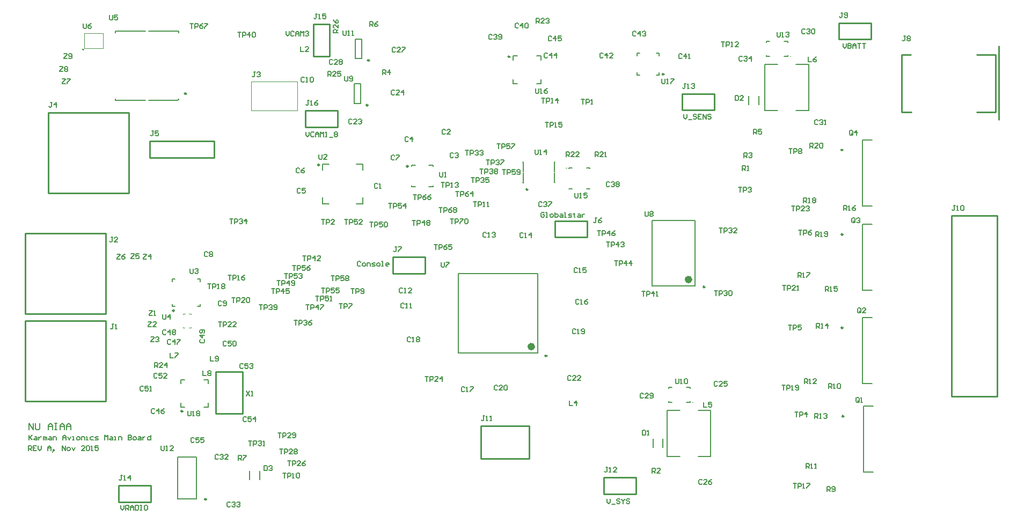
<source format=gto>
%FSTAX24Y24*%
%MOIN*%
%SFA1B1*%

%IPPOS*%
%ADD55C,0.010000*%
%ADD58C,0.008000*%
%ADD96C,0.009840*%
%ADD97C,0.003940*%
%ADD98C,0.023620*%
%ADD99C,0.007870*%
%LNkarmandb-1*%
%LPD*%
G54D55*
X003945Y029164D02*
D01*
D01*
G75*
G03X003926I-000009J0D01*
G74*G01*
D01*
G75*
G03X003945I000009J0D01*
G74*G01*
X013843Y006538D02*
Y009136D01*
X012189D02*
X013843D01*
X012189Y006538D02*
X013843D01*
X012189D02*
Y009136D01*
X00535Y0073D02*
Y0123D01*
X00035D02*
X00535D01*
X00035Y0073D02*
Y0123D01*
Y0073D02*
X00535D01*
X050888Y030811D02*
X052896D01*
Y029788D02*
Y030811D01*
X050888Y029788D02*
X052896D01*
X050888D02*
Y030811D01*
X017738Y025361D02*
X019746D01*
Y024338D02*
Y025361D01*
X017738Y024338D02*
X019746D01*
X017738D02*
Y025361D01*
X018238Y028738D02*
Y030746D01*
X019261*
Y028738D02*
Y030746D01*
X018238Y028738D02*
X019261D01*
X006138Y002061D02*
X008146D01*
Y001038D02*
Y002061D01*
X006138Y001038D02*
X008146D01*
X006138D02*
Y002061D01*
X041138Y026411D02*
X043146D01*
Y025388D02*
Y026411D01*
X041138Y025388D02*
X043146D01*
X041138D02*
Y026411D01*
X036288Y002561D02*
X038296D01*
Y001538D02*
Y002561D01*
X036288Y001538D02*
X038296D01*
X036288D02*
Y002561D01*
X028638Y005761D02*
X03165D01*
Y00375D02*
Y005761D01*
X028638Y00375D02*
X03165D01*
X028638D02*
Y005761D01*
X023188Y015238D02*
Y016261D01*
Y015238D02*
X025196D01*
Y016261*
X023188D02*
X025196D01*
X035261Y017488D02*
Y018511D01*
X033253Y017488D02*
X035261D01*
X033253Y018511D02*
X035261D01*
X033253Y017488D02*
Y018511D01*
X0018Y02025D02*
X0068D01*
Y02525*
X0018D02*
X0068D01*
X0018Y02025D02*
Y02525D01*
X00035Y01275D02*
X00535D01*
Y01775*
X00035D02*
X00535D01*
X00035Y01275D02*
Y01775D01*
X008088Y023461D02*
X0121D01*
Y022438D02*
Y023461D01*
X008088Y022438D02*
X0121D01*
X008088D02*
Y023461D01*
X057882Y007612D02*
X060717D01*
Y018833*
X057882D02*
X060717D01*
X057882Y007612D02*
Y018833D01*
X054791Y028821D02*
X055342D01*
X054791Y025278D02*
X055382D01*
X054791D02*
Y028821D01*
X059437D02*
X060618D01*
Y025278D02*
Y028821D01*
X059437Y025278D02*
X060618D01*
X060815Y024805D02*
Y029372D01*
G54D58*
X014099Y006299D02*
X014049Y006349D01*
X01395*
X0139Y006299*
Y0061*
X01395Y00605*
X014049*
X014099Y0061*
X014399Y006349D02*
X014199D01*
Y006199*
X014299Y006249*
X014349*
X014399Y006199*
Y0061*
X014349Y00605*
X014249*
X014199Y0061*
X014649Y00605D02*
Y006349D01*
X014499Y006199*
X014699*
X0141Y007949D02*
X014299Y00765D01*
Y007949D02*
X0141Y00765D01*
X014399D02*
X014499D01*
X014449*
Y007949*
X014399Y007899*
X0089Y012699D02*
Y01245D01*
X00895Y0124*
X00905*
X009099Y01245*
Y012699*
X009349Y0124D02*
Y012699D01*
X009199Y012549*
X009399*
X009099Y011699D02*
X00905Y011749D01*
X00895*
X0089Y011699*
Y0115*
X00895Y01145*
X00905*
X009099Y0115*
X009349Y01145D02*
Y011749D01*
X009199Y011599*
X009399*
X009499Y011699D02*
X009549Y011749D01*
X009649*
X009699Y011699*
Y011649*
X009649Y011599*
X009699Y01155*
Y0115*
X009649Y01145*
X009549*
X009499Y0115*
Y01155*
X009549Y011599*
X009499Y011649*
Y011699*
X009549Y011599D02*
X009649D01*
X0084Y0094D02*
Y009699D01*
X00855*
X008599Y009649*
Y009549*
X00855Y0095*
X0084*
X0085D02*
X008599Y0094D01*
X008899D02*
X008699D01*
X008899Y009599*
Y009649*
X008849Y009699*
X008749*
X008699Y009649*
X009149Y0094D02*
Y009699D01*
X008999Y009549*
X009199*
X008549Y008999D02*
X0085Y009049D01*
X0084*
X00835Y008999*
Y0088*
X0084Y00875*
X0085*
X008549Y0088*
X008849Y009049D02*
X008649D01*
Y008899*
X008749Y008949*
X008799*
X008849Y008899*
Y0088*
X008799Y00875*
X008699*
X008649Y0088*
X009149Y00875D02*
X008949D01*
X009149Y008949*
Y008999*
X009099Y009049*
X008999*
X008949Y008999*
X007699Y008199D02*
X007649Y008249D01*
X00755*
X0075Y008199*
Y008*
X00755Y00795*
X007649*
X007699Y008*
X007999Y008249D02*
X007799D01*
Y008099*
X007899Y008149*
X007949*
X007999Y008099*
Y008*
X007949Y00795*
X007849*
X007799Y008*
X008099Y00795D02*
X008199D01*
X008149*
Y008249*
X008099Y008199*
X008399Y006799D02*
X008349Y006849D01*
X00825*
X0082Y006799*
Y0066*
X00825Y00655*
X008349*
X008399Y0066*
X008649Y00655D02*
Y006849D01*
X008499Y0067*
X008699*
X008999Y006849D02*
X008899Y006799D01*
X008799Y0067*
Y0066*
X008849Y00655*
X008949*
X008999Y0066*
Y00665*
X008949Y0067*
X008799*
X01045Y006699D02*
Y00645D01*
X0105Y0064*
X0106*
X010649Y00645*
Y006699*
X010749Y0064D02*
X010849D01*
X010799*
Y006699*
X010749Y006649*
X010999D02*
X011049Y006699D01*
X011149*
X011199Y006649*
Y006599*
X011149Y00655*
X011199Y0065*
Y00645*
X011149Y0064*
X011049*
X010999Y00645*
Y0065*
X011049Y00655*
X010999Y006599*
Y006649*
X011049Y00655D02*
X011149D01*
X0114Y009199D02*
Y0089D01*
X011599*
X011699Y009149D02*
X011749Y009199D01*
X011849*
X011899Y009149*
Y009099*
X011849Y00905*
X011899Y009*
Y00895*
X011849Y0089*
X011749*
X011699Y00895*
Y009*
X011749Y00905*
X011699Y009099*
Y009149*
X011749Y00905D02*
X011849D01*
X01185Y010099D02*
Y0098D01*
X012049*
X012149Y00985D02*
X012199Y0098D01*
X012299*
X012349Y00985*
Y010049*
X012299Y010099*
X012199*
X012149Y010049*
Y009999*
X012199Y009949*
X012349*
X00935Y010299D02*
Y01D01*
X009549*
X009649Y010299D02*
X009849D01*
Y010249*
X009649Y01005*
Y01*
X012849Y010999D02*
X012799Y011049D01*
X0127*
X01265Y010999*
Y0108*
X0127Y01075*
X012799*
X012849Y0108*
X013149Y011049D02*
X012949D01*
Y0109*
X013049Y010949*
X013099*
X013149Y0109*
Y0108*
X013099Y01075*
X012999*
X012949Y0108*
X013249Y010999D02*
X013299Y011049D01*
X013399*
X013449Y010999*
Y0108*
X013399Y01075*
X013299*
X013249Y0108*
Y010999*
X013899Y009599D02*
X013849Y009649D01*
X01375*
X0137Y009599*
Y0094*
X01375Y00935*
X013849*
X013899Y0094*
X014199Y009649D02*
X013999D01*
Y009499*
X014099Y009549*
X014149*
X014199Y009499*
Y0094*
X014149Y00935*
X014049*
X013999Y0094*
X014299Y009599D02*
X014349Y009649D01*
X014449*
X014499Y009599*
Y009549*
X014449Y009499*
X014399*
X014449*
X014499Y00945*
Y0094*
X014449Y00935*
X014349*
X014299Y0094*
X01305Y018649D02*
X013249D01*
X01315*
Y01835*
X013349D02*
Y018649D01*
X013499*
X013549Y018599*
Y0185*
X013499Y01845*
X013349*
X013649Y018599D02*
X013699Y018649D01*
X013799*
X013849Y018599*
Y018549*
X013799Y0185*
X013749*
X013799*
X013849Y01845*
Y0184*
X013799Y01835*
X013699*
X013649Y0184*
X014099Y01835D02*
Y018649D01*
X013949Y0185*
X014149*
X011699Y016549D02*
X011649Y016599D01*
X01155*
X0115Y016549*
Y01635*
X01155Y0163*
X011649*
X011699Y01635*
X011799Y016549D02*
X011849Y016599D01*
X011949*
X011999Y016549*
Y016499*
X011949Y016449*
X011999Y0164*
Y01635*
X011949Y0163*
X011849*
X011799Y01635*
Y0164*
X011849Y016449*
X011799Y016499*
Y016549*
X011849Y016449D02*
X011949D01*
X0077D02*
X007899D01*
Y016399*
X0077Y0162*
Y01615*
X007899*
X008149D02*
Y016449D01*
X007999Y016299*
X008199*
X00605Y016449D02*
X006249D01*
Y016399*
X00605Y0162*
Y01615*
X006249*
X006549Y016449D02*
X006449Y016399D01*
X006349Y016299*
Y0162*
X006399Y01615*
X006499*
X006549Y0162*
Y01625*
X006499Y016299*
X006349*
X012549Y013499D02*
X012499Y013549D01*
X0124*
X01235Y013499*
Y0133*
X0124Y01325*
X012499*
X012549Y0133*
X012649D02*
X012699Y01325D01*
X012799*
X012849Y0133*
Y013499*
X012799Y013549*
X012699*
X012649Y013499*
Y013449*
X012699Y0134*
X012849*
X016Y014799D02*
X016199D01*
X0161*
Y0145*
X016299D02*
Y014799D01*
X016449*
X016499Y014749*
Y01465*
X016449Y0146*
X016299*
X016749Y0145D02*
Y014799D01*
X016599Y01465*
X016799*
X016899Y01455D02*
X016949Y0145D01*
X017049*
X017099Y01455*
Y014749*
X017049Y014799*
X016949*
X016899Y014749*
Y014699*
X016949Y01465*
X017099*
X00275Y028899D02*
X002949D01*
Y028849*
X00275Y02865*
Y0286*
X002949*
X003049Y02865D02*
X003099Y0286D01*
X003199*
X003249Y02865*
Y028849*
X003199Y028899*
X003099*
X003049Y028849*
Y028799*
X003099Y028749*
X003249*
X0025Y028099D02*
X002699D01*
Y028049*
X0025Y02785*
Y0278*
X002699*
X002799Y028049D02*
X002849Y028099D01*
X002949*
X002999Y028049*
Y027999*
X002949Y02795*
X002999Y0279*
Y02785*
X002949Y0278*
X002849*
X002799Y02785*
Y0279*
X002849Y02795*
X002799Y027999*
Y028049*
X002849Y02795D02*
X002949D01*
X00265Y027349D02*
X002849D01*
Y027299*
X00265Y0271*
Y02705*
X002849*
X002949Y027349D02*
X003149D01*
Y027299*
X002949Y0271*
Y02705*
X00693Y016458D02*
X007129D01*
Y016408*
X00693Y016208*
Y016158*
X007129*
X007429Y016458D02*
X007229D01*
Y016308*
X007329Y016358*
X007379*
X007429Y016308*
Y016208*
X007379Y016158*
X007279*
X007229Y016208*
X00815Y011299D02*
X008349D01*
Y011249*
X00815Y01105*
Y011*
X008349*
X008449Y011249D02*
X008499Y011299D01*
X008599*
X008649Y011249*
Y011199*
X008599Y01115*
X008549*
X008599*
X008649Y0111*
Y01105*
X008599Y011*
X008499*
X008449Y01105*
X008Y012249D02*
X008199D01*
Y012199*
X008Y012*
Y01195*
X008199*
X008499D02*
X008299D01*
X008499Y012149*
Y012199*
X008449Y012249*
X008349*
X008299Y012199*
X00805Y012949D02*
X008249D01*
Y012899*
X00805Y0127*
Y01265*
X008249*
X008349D02*
X008449D01*
X008399*
Y012949*
X008349Y012899*
X051119Y031439D02*
X05102D01*
X05107*
Y03119*
X05102Y03114*
X05097*
X05092Y03119*
X051219D02*
X051269Y03114D01*
X051369*
X051419Y03119*
Y031389*
X051369Y031439*
X051269*
X051219Y031389*
Y031339*
X051269Y03129*
X051419*
X01797Y025989D02*
X01787D01*
X01792*
Y02574*
X01787Y02569*
X01782*
X01777Y02574*
X018069Y02569D02*
X018169D01*
X018119*
Y025989*
X018069Y025939*
X018519Y025989D02*
X018419Y025939D01*
X018319Y02584*
Y02574*
X018369Y02569*
X018469*
X018519Y02574*
Y02579*
X018469Y02584*
X018319*
X018469Y031379D02*
X01837D01*
X01842*
Y03113*
X01837Y03108*
X01832*
X01827Y03113*
X018569Y03108D02*
X018669D01*
X018619*
Y031379*
X018569Y031329*
X019019Y031379D02*
X018819D01*
Y03123*
X018919Y031279*
X018969*
X019019Y03123*
Y03113*
X018969Y03108*
X018869*
X018819Y03113*
X006369Y002689D02*
X00627D01*
X00632*
Y00244*
X00627Y00239*
X00622*
X00617Y00244*
X006469Y00239D02*
X006569D01*
X006519*
Y002689*
X006469Y002639*
X006869Y00239D02*
Y002689D01*
X006719Y00254*
X006919*
X041369Y027039D02*
X04127D01*
X04132*
Y02679*
X04127Y02674*
X04122*
X04117Y02679*
X041469Y02674D02*
X041569D01*
X041519*
Y027039*
X041469Y026989*
X041719D02*
X041769Y027039D01*
X041869*
X041919Y026989*
Y026939*
X041869Y02689*
X041819*
X041869*
X041919Y02684*
Y02679*
X041869Y02674*
X041769*
X041719Y02679*
X036519Y003189D02*
X03642D01*
X03647*
Y00294*
X03642Y00289*
X03637*
X03632Y00294*
X036619Y00289D02*
X036719D01*
X036669*
Y003189*
X036619Y003139*
X037069Y00289D02*
X036869D01*
X037069Y003089*
Y003139*
X037019Y003189*
X036919*
X036869Y003139*
X028869Y006389D02*
X02877D01*
X02882*
Y00614*
X02877Y00609*
X02872*
X02867Y00614*
X028969Y00609D02*
X029069D01*
X029019*
Y006389*
X028969Y006339*
X029219Y00609D02*
X029319D01*
X029269*
Y006389*
X029219Y006339*
X00396Y030769D02*
Y03052D01*
X00401Y03047*
X00411*
X00416Y03052*
Y030769*
X004459D02*
X004359Y030719D01*
X004259Y03062*
Y03052*
X004309Y03047*
X004409*
X004459Y03052*
Y03057*
X004409Y03062*
X004259*
X023419Y016889D02*
X02332D01*
X02337*
Y01664*
X02332Y01659*
X02327*
X02322Y01664*
X023519Y016889D02*
X023719D01*
Y016839*
X023519Y01664*
Y01659*
X035849Y018699D02*
X03575D01*
X0358*
Y01845*
X03575Y0184*
X0357*
X03565Y01845*
X036149Y018699D02*
X036049Y018649D01*
X035949Y01855*
Y01845*
X035999Y0184*
X036099*
X036149Y01845*
Y0185*
X036099Y01855*
X035949*
X002029Y025879D02*
X00193D01*
X00198*
Y02563*
X00193Y02558*
X00188*
X00183Y02563*
X002279Y02558D02*
Y025879D01*
X002129Y02573*
X002329*
X005849Y012099D02*
X00575D01*
X005799*
Y01185*
X00575Y0118*
X0057*
X00565Y01185*
X005949Y0118D02*
X006049D01*
X005999*
Y012099*
X005949Y012049*
X0088Y004539D02*
Y00429D01*
X00885Y00424*
X00895*
X009Y00429*
Y004539*
X009099Y00424D02*
X009199D01*
X009149*
Y004539*
X009099Y004489*
X009549Y00424D02*
X009349D01*
X009549Y004439*
Y004489*
X009499Y004539*
X009399*
X009349Y004489*
X032004Y022949D02*
Y0227D01*
X032053Y02265*
X032153*
X032203Y0227*
Y022949*
X032303Y02265D02*
X032403D01*
X032353*
Y022949*
X032303Y022899*
X032703Y02265D02*
Y022949D01*
X032553Y0228*
X032753*
X0106Y015549D02*
Y0153D01*
X01065Y01525*
X01075*
X010799Y0153*
Y015549*
X010899Y015499D02*
X010949Y015549D01*
X011049*
X011099Y015499*
Y015449*
X011049Y015399*
X010999*
X011049*
X011099Y01535*
Y0153*
X011049Y01525*
X010949*
X010899Y0153*
X04705Y030249D02*
Y03D01*
X0471Y02995*
X0472*
X047249Y03*
Y030249*
X047349Y02995D02*
X047449D01*
X047399*
Y030249*
X047349Y030199*
X047599D02*
X047649Y030249D01*
X047749*
X047799Y030199*
Y030149*
X047749Y030099*
X047699*
X047749*
X047799Y03005*
Y03*
X047749Y02995*
X047649*
X047599Y03*
X0201Y030349D02*
Y0301D01*
X02015Y03005*
X02025*
X020299Y0301*
Y030349*
X020399Y03005D02*
X020499D01*
X020449*
Y030349*
X020399Y030299*
X020649Y03005D02*
X020749D01*
X020699*
Y030349*
X020649Y030299*
X04075Y008699D02*
Y00845D01*
X0408Y0084*
X0409*
X040949Y00845*
Y008699*
X041049Y0084D02*
X041149D01*
X041099*
Y008699*
X041049Y008649*
X041299D02*
X041349Y008699D01*
X041449*
X041499Y008649*
Y00845*
X041449Y0084*
X041349*
X041299Y00845*
Y008649*
X0202Y027499D02*
Y02725D01*
X02025Y0272*
X02035*
X020399Y02725*
Y027499*
X020499Y02725D02*
X020549Y0272D01*
X020649*
X020699Y02725*
Y027449*
X020649Y027499*
X020549*
X020499Y027449*
Y027399*
X020549Y027349*
X020699*
X0262Y015949D02*
Y0157D01*
X02625Y01565*
X02635*
X026399Y0157*
Y015949*
X026499D02*
X026699D01*
Y015899*
X026499Y0157*
Y01565*
X0321Y0308D02*
Y031099D01*
X03225*
X032299Y031049*
Y03095*
X03225Y0309*
X0321*
X0322D02*
X032299Y0308D01*
X032599D02*
X032399D01*
X032599Y030999*
Y031049*
X032549Y031099*
X032449*
X032399Y031049*
X032699D02*
X032749Y031099D01*
X032849*
X032899Y031049*
Y030999*
X032849Y03095*
X032799*
X032849*
X032899Y0309*
Y03085*
X032849Y0308*
X032749*
X032699Y03085*
X03395Y0225D02*
Y022799D01*
X0341*
X034149Y022749*
Y02265*
X0341Y0226*
X03395*
X03405D02*
X034149Y0225D01*
X034449D02*
X034249D01*
X034449Y022699*
Y022749*
X034399Y022799*
X034299*
X034249Y022749*
X034749Y0225D02*
X034549D01*
X034749Y022699*
Y022749*
X034699Y022799*
X034599*
X034549Y022749*
X03575Y0225D02*
Y022799D01*
X0359*
X035949Y022749*
Y02265*
X0359Y0226*
X03575*
X03585D02*
X035949Y0225D01*
X036249D02*
X036049D01*
X036249Y022699*
Y022749*
X036199Y022799*
X036099*
X036049Y022749*
X036349Y0225D02*
X036449D01*
X036399*
Y022799*
X036349Y022749*
X051172Y019166D02*
Y019466D01*
X051322*
X051372Y019416*
Y019316*
X051322Y019266*
X051172*
X051272D02*
X051372Y019166D01*
X051472D02*
X051572D01*
X051522*
Y019466*
X051472Y019416*
X051922Y019466D02*
X051822Y019416D01*
X051722Y019316*
Y019216*
X051772Y019166*
X051872*
X051922Y019216*
Y019266*
X051872Y019316*
X051722*
X05005Y01415D02*
Y014449D01*
X0502*
X050249Y014399*
Y014299*
X0502Y01425*
X05005*
X05015D02*
X050249Y01415D01*
X050349D02*
X050449D01*
X050399*
Y014449*
X050349Y014399*
X050799Y014449D02*
X050599D01*
Y014299*
X050699Y014349*
X050749*
X050799Y014299*
Y0142*
X050749Y01415*
X050649*
X050599Y0142*
X05025Y0081D02*
Y008399D01*
X0504*
X050449Y008349*
Y008249*
X0504Y0082*
X05025*
X05035D02*
X050449Y0081D01*
X050549D02*
X050649D01*
X050599*
Y008399*
X050549Y008349*
X050799D02*
X050849Y008399D01*
X050949*
X050999Y008349*
Y00815*
X050949Y0081*
X050849*
X050799Y00815*
Y008349*
X05015Y0017D02*
Y001999D01*
X0503*
X050349Y001949*
Y001849*
X0503Y0018*
X05015*
X05025D02*
X050349Y0017D01*
X050449Y00175D02*
X050499Y0017D01*
X050599*
X050649Y00175*
Y001949*
X050599Y001999*
X050499*
X050449Y001949*
Y001899*
X050499Y001849*
X050649*
X0136Y00365D02*
Y003949D01*
X01375*
X013799Y003899*
Y003799*
X01375Y00375*
X0136*
X0137D02*
X013799Y00365D01*
X013899Y003949D02*
X014099D01*
Y003899*
X013899Y0037*
Y00365*
X02175Y0306D02*
Y030899D01*
X0219*
X021949Y030849*
Y03075*
X0219Y0307*
X02175*
X02185D02*
X021949Y0306D01*
X022249Y030899D02*
X022149Y030849D01*
X022049Y03075*
Y03065*
X022099Y0306*
X022199*
X022249Y03065*
Y0307*
X022199Y03075*
X022049*
X0456Y0239D02*
Y024199D01*
X04575*
X045799Y024149*
Y024049*
X04575Y024*
X0456*
X0457D02*
X045799Y0239D01*
X046099Y024199D02*
X045899D01*
Y024049*
X045999Y024099*
X046049*
X046099Y024049*
Y02395*
X046049Y0239*
X045949*
X045899Y02395*
X02255Y0276D02*
Y027899D01*
X0227*
X022749Y027849*
Y02775*
X0227Y0277*
X02255*
X02265D02*
X022749Y0276D01*
X022999D02*
Y027899D01*
X022849Y02775*
X023049*
X0393Y00285D02*
Y003149D01*
X03945*
X039499Y003099*
Y003*
X03945Y00295*
X0393*
X0394D02*
X039499Y00285D01*
X039799D02*
X039599D01*
X039799Y003049*
Y003099*
X039749Y003149*
X039649*
X039599Y003099*
X0449Y02165D02*
Y021949D01*
X04505*
X045099Y021899*
Y0218*
X04505Y02175*
X0449*
X045D02*
X045099Y02165D01*
X045199D02*
X045299D01*
X045249*
Y021949*
X045199Y021899*
X0152Y003299D02*
Y003D01*
X01535*
X015399Y00305*
Y003249*
X01535Y003299*
X0152*
X015499Y003249D02*
X015549Y003299D01*
X015649*
X015699Y003249*
Y003199*
X015649Y003149*
X015599*
X015649*
X015699Y0031*
Y00305*
X015649Y003*
X015549*
X015499Y00305*
X04445Y026299D02*
Y026D01*
X0446*
X044649Y02605*
Y026249*
X0446Y026299*
X04445*
X044949Y026D02*
X044749D01*
X044949Y026199*
Y026249*
X044899Y026299*
X044799*
X044749Y026249*
X0387Y005499D02*
Y0052D01*
X03885*
X038899Y00525*
Y005449*
X03885Y005499*
X0387*
X038999Y0052D02*
X039099D01*
X039049*
Y005499*
X038999Y005449*
X01125Y011149D02*
X0112Y0111D01*
Y011*
X01125Y01095*
X01145*
X0115Y011*
Y0111*
X01145Y011149*
X0115Y011399D02*
X0112D01*
X01135Y011249*
Y011449*
X01145Y011549D02*
X0115Y011599D01*
Y011699*
X01145Y011749*
X01125*
X0112Y011699*
Y011599*
X01125Y011549*
X0113*
X01135Y011599*
Y011749*
X009399Y011099D02*
X009349Y011149D01*
X00925*
X0092Y011099*
Y0109*
X00925Y01085*
X009349*
X009399Y0109*
X009649Y01085D02*
Y011149D01*
X009499Y011*
X009699*
X009799Y011149D02*
X009999D01*
Y011099*
X009799Y0109*
Y01085*
X033049Y029949D02*
X033Y029999D01*
X0329*
X03285Y029949*
Y02975*
X0329Y0297*
X033*
X033049Y02975*
X033299Y0297D02*
Y029999D01*
X033149Y029849*
X033349*
X033649Y029999D02*
X033449D01*
Y029849*
X033549Y029899*
X033599*
X033649Y029849*
Y02975*
X033599Y0297*
X033499*
X033449Y02975*
X032799Y028899D02*
X03275Y028949D01*
X03265*
X0326Y028899*
Y0287*
X03265Y02865*
X03275*
X032799Y0287*
X033049Y02865D02*
Y028949D01*
X032899Y0288*
X033099*
X033349Y02865D02*
Y028949D01*
X033199Y0288*
X033399*
X038299Y030249D02*
X03825Y030299D01*
X03815*
X0381Y030249*
Y03005*
X03815Y03*
X03825*
X038299Y03005*
X038549Y03D02*
Y030299D01*
X038399Y03015*
X038599*
X038699Y030249D02*
X038749Y030299D01*
X038849*
X038899Y030249*
Y030199*
X038849Y03015*
X038799*
X038849*
X038899Y0301*
Y03005*
X038849Y03*
X038749*
X038699Y03005*
X036249Y028899D02*
X0362Y028949D01*
X0361*
X03605Y028899*
Y0287*
X0361Y02865*
X0362*
X036249Y0287*
X036499Y02865D02*
Y028949D01*
X036349Y0288*
X036549*
X036849Y02865D02*
X036649D01*
X036849Y028849*
Y028899*
X036799Y028949*
X036699*
X036649Y028899*
X041149Y028849D02*
X0411Y028899D01*
X041*
X04095Y028849*
Y02865*
X041Y0286*
X0411*
X041149Y02865*
X041399Y0286D02*
Y028899D01*
X041249Y028749*
X041449*
X041549Y0286D02*
X041649D01*
X041599*
Y028899*
X041549Y028849*
X030999Y030749D02*
X03095Y030799D01*
X03085*
X0308Y030749*
Y03055*
X03085Y0305*
X03095*
X030999Y03055*
X031249Y0305D02*
Y030799D01*
X031099Y03065*
X031299*
X031399Y030749D02*
X031449Y030799D01*
X031549*
X031599Y030749*
Y03055*
X031549Y0305*
X031449*
X031399Y03055*
Y030749*
X029349Y030049D02*
X0293Y030099D01*
X0292*
X02915Y030049*
Y02985*
X0292Y0298*
X0293*
X029349Y02985*
X029449Y030049D02*
X029499Y030099D01*
X029599*
X029649Y030049*
Y029999*
X029599Y02995*
X029549*
X029599*
X029649Y0299*
Y02985*
X029599Y0298*
X029499*
X029449Y02985*
X029749D02*
X029799Y0298D01*
X029899*
X029949Y02985*
Y030049*
X029899Y030099*
X029799*
X029749Y030049*
Y029999*
X029799Y02995*
X029949*
X036649Y020899D02*
X0366Y020949D01*
X0365*
X03645Y020899*
Y0207*
X0365Y02065*
X0366*
X036649Y0207*
X036749Y020899D02*
X036799Y020949D01*
X036899*
X036949Y020899*
Y020849*
X036899Y020799*
X036849*
X036899*
X036949Y02075*
Y0207*
X036899Y02065*
X036799*
X036749Y0207*
X037049Y020899D02*
X037099Y020949D01*
X037199*
X037249Y020899*
Y020849*
X037199Y020799*
X037249Y02075*
Y0207*
X037199Y02065*
X037099*
X037049Y0207*
Y02075*
X037099Y020799*
X037049Y020849*
Y020899*
X037099Y020799D02*
X037199D01*
X032449Y019649D02*
X0324Y019699D01*
X0323*
X03225Y019649*
Y01945*
X0323Y0194*
X0324*
X032449Y01945*
X032549Y019649D02*
X032599Y019699D01*
X032699*
X032749Y019649*
Y019599*
X032699Y01955*
X032649*
X032699*
X032749Y0195*
Y01945*
X032699Y0194*
X032599*
X032549Y01945*
X032849Y019699D02*
X033049D01*
Y019649*
X032849Y01945*
Y0194*
X044899Y028699D02*
X04485Y028749D01*
X04475*
X0447Y028699*
Y0285*
X04475Y02845*
X04485*
X044899Y0285*
X044999Y028699D02*
X045049Y028749D01*
X045149*
X045199Y028699*
Y028649*
X045149Y028599*
X045099*
X045149*
X045199Y02855*
Y0285*
X045149Y02845*
X045049*
X044999Y0285*
X045449Y02845D02*
Y028749D01*
X045299Y028599*
X045499*
X012349Y003949D02*
X0123Y003999D01*
X0122*
X01215Y003949*
Y00375*
X0122Y0037*
X0123*
X012349Y00375*
X012449Y003949D02*
X012499Y003999D01*
X012599*
X012649Y003949*
Y003899*
X012599Y00385*
X012549*
X012599*
X012649Y0038*
Y00375*
X012599Y0037*
X012499*
X012449Y00375*
X012949Y0037D02*
X012749D01*
X012949Y003899*
Y003949*
X012899Y003999*
X012799*
X012749Y003949*
X049599Y024749D02*
X04955Y024799D01*
X04945*
X0494Y024749*
Y02455*
X04945Y0245*
X04955*
X049599Y02455*
X049699Y024749D02*
X049749Y024799D01*
X049849*
X049899Y024749*
Y024699*
X049849Y024649*
X049799*
X049849*
X049899Y0246*
Y02455*
X049849Y0245*
X049749*
X049699Y02455*
X049999Y0245D02*
X050099D01*
X050049*
Y024799*
X049999Y024749*
X048799Y030399D02*
X04875Y030449D01*
X04865*
X0486Y030399*
Y0302*
X04865Y03015*
X04875*
X048799Y0302*
X048899Y030399D02*
X048949Y030449D01*
X049049*
X049099Y030399*
Y030349*
X049049Y030299*
X048999*
X049049*
X049099Y03025*
Y0302*
X049049Y03015*
X048949*
X048899Y0302*
X049199Y030399D02*
X049249Y030449D01*
X049349*
X049399Y030399*
Y0302*
X049349Y03015*
X049249*
X049199Y0302*
Y030399*
X038749Y007749D02*
X0387Y007799D01*
X0386*
X03855Y007749*
Y00755*
X0386Y0075*
X0387*
X038749Y00755*
X039049Y0075D02*
X038849D01*
X039049Y007699*
Y007749*
X038999Y007799*
X038899*
X038849Y007749*
X039149Y00755D02*
X039199Y0075D01*
X039299*
X039349Y00755*
Y007749*
X039299Y007799*
X039199*
X039149Y007749*
Y007699*
X039199Y007649*
X039349*
X019449Y028499D02*
X0194Y028549D01*
X0193*
X01925Y028499*
Y0283*
X0193Y02825*
X0194*
X019449Y0283*
X019749Y02825D02*
X019549D01*
X019749Y028449*
Y028499*
X019699Y028549*
X019599*
X019549Y028499*
X019849D02*
X019899Y028549D01*
X019999*
X020049Y028499*
Y028449*
X019999Y028399*
X020049Y02835*
Y0283*
X019999Y02825*
X019899*
X019849Y0283*
Y02835*
X019899Y028399*
X019849Y028449*
Y028499*
X019899Y028399D02*
X019999D01*
X023349Y029249D02*
X0233Y029299D01*
X0232*
X02315Y029249*
Y02905*
X0232Y029*
X0233*
X023349Y02905*
X023649Y029D02*
X023449D01*
X023649Y029199*
Y029249*
X023599Y029299*
X023499*
X023449Y029249*
X023749Y029299D02*
X023949D01*
Y029249*
X023749Y02905*
Y029*
X042399Y002399D02*
X04235Y002449D01*
X04225*
X0422Y002399*
Y0022*
X04225Y00215*
X04235*
X042399Y0022*
X042699Y00215D02*
X042499D01*
X042699Y002349*
Y002399*
X042649Y002449*
X042549*
X042499Y002399*
X042999Y002449D02*
X042899Y002399D01*
X042799Y002299*
Y0022*
X042849Y00215*
X042949*
X042999Y0022*
Y00225*
X042949Y002299*
X042799*
X043349Y008499D02*
X0433Y008549D01*
X0432*
X04315Y008499*
Y0083*
X0432Y00825*
X0433*
X043349Y0083*
X043649Y00825D02*
X043449D01*
X043649Y008449*
Y008499*
X043599Y008549*
X043499*
X043449Y008499*
X043949Y008549D02*
X043749D01*
Y0084*
X043849Y008449*
X043899*
X043949Y0084*
Y0083*
X043899Y00825*
X043799*
X043749Y0083*
X023299Y026599D02*
X02325Y026649D01*
X02315*
X0231Y026599*
Y0264*
X02315Y02635*
X02325*
X023299Y0264*
X023599Y02635D02*
X023399D01*
X023599Y026549*
Y026599*
X023549Y026649*
X023449*
X023399Y026599*
X023849Y02635D02*
Y026649D01*
X023699Y0265*
X023899*
X020649Y024799D02*
X0206Y024849D01*
X0205*
X02045Y024799*
Y0246*
X0205Y02455*
X0206*
X020649Y0246*
X020949Y02455D02*
X020749D01*
X020949Y024749*
Y024799*
X020899Y024849*
X020799*
X020749Y024799*
X021049D02*
X021099Y024849D01*
X021199*
X021249Y024799*
Y024749*
X021199Y0247*
X021149*
X021199*
X021249Y02465*
Y0246*
X021199Y02455*
X021099*
X021049Y0246*
X034249Y008849D02*
X0342Y008899D01*
X0341*
X03405Y008849*
Y00865*
X0341Y0086*
X0342*
X034249Y00865*
X034549Y0086D02*
X034349D01*
X034549Y008799*
Y008849*
X034499Y008899*
X034399*
X034349Y008849*
X034849Y0086D02*
X034649D01*
X034849Y008799*
Y008849*
X034799Y008899*
X034699*
X034649Y008849*
X029699Y008249D02*
X02965Y008299D01*
X02955*
X0295Y008249*
Y00805*
X02955Y008*
X02965*
X029699Y00805*
X029999Y008D02*
X029799D01*
X029999Y008199*
Y008249*
X029949Y008299*
X029849*
X029799Y008249*
X030099D02*
X030149Y008299D01*
X030249*
X030299Y008249*
Y00805*
X030249Y008*
X030149*
X030099Y00805*
Y008249*
X034549Y011749D02*
X0345Y011799D01*
X0344*
X03435Y011749*
Y01155*
X0344Y0115*
X0345*
X034549Y01155*
X034649Y0115D02*
X034749D01*
X034699*
Y011799*
X034649Y011749*
X034899Y01155D02*
X034949Y0115D01*
X035049*
X035099Y01155*
Y011749*
X035049Y011799*
X034949*
X034899Y011749*
Y011699*
X034949Y011649*
X035099*
X024299Y011249D02*
X02425Y011299D01*
X02415*
X0241Y011249*
Y01105*
X02415Y011*
X02425*
X024299Y01105*
X024399Y011D02*
X024499D01*
X024449*
Y011299*
X024399Y011249*
X024649D02*
X024699Y011299D01*
X024799*
X024849Y011249*
Y011199*
X024799Y01115*
X024849Y0111*
Y01105*
X024799Y011*
X024699*
X024649Y01105*
Y0111*
X024699Y01115*
X024649Y011199*
Y011249*
X024699Y01115D02*
X024799D01*
X027649Y008149D02*
X0276Y008199D01*
X0275*
X02745Y008149*
Y00795*
X0275Y0079*
X0276*
X027649Y00795*
X027749Y0079D02*
X027849D01*
X027799*
Y008199*
X027749Y008149*
X027999Y008199D02*
X028199D01*
Y008149*
X027999Y00795*
Y0079*
X034749Y013599D02*
X0347Y013649D01*
X0346*
X03455Y013599*
Y0134*
X0346Y01335*
X0347*
X034749Y0134*
X034849Y01335D02*
X034949D01*
X034899*
Y013649*
X034849Y013599*
X035299Y013649D02*
X035199Y013599D01*
X035099Y0135*
Y0134*
X035149Y01335*
X035249*
X035299Y0134*
Y01345*
X035249Y0135*
X035099*
X034649Y015549D02*
X0346Y015599D01*
X0345*
X03445Y015549*
Y01535*
X0345Y0153*
X0346*
X034649Y01535*
X034749Y0153D02*
X034849D01*
X034799*
Y015599*
X034749Y015549*
X035199Y015599D02*
X034999D01*
Y015449*
X035099Y015499*
X035149*
X035199Y015449*
Y01535*
X035149Y0153*
X035049*
X034999Y01535*
X031279Y017719D02*
X03123Y017769D01*
X03113*
X03108Y017719*
Y01752*
X03113Y01747*
X03123*
X031279Y01752*
X031379Y01747D02*
X031479D01*
X031429*
Y017769*
X031379Y017719*
X031779Y01747D02*
Y017769D01*
X031629Y01762*
X031829*
X028999Y017749D02*
X02895Y017799D01*
X02885*
X0288Y017749*
Y01755*
X02885Y0175*
X02895*
X028999Y01755*
X029099Y0175D02*
X029199D01*
X029149*
Y017799*
X029099Y017749*
X029349D02*
X029399Y017799D01*
X029499*
X029549Y017749*
Y017699*
X029499Y017649*
X029449*
X029499*
X029549Y0176*
Y01755*
X029499Y0175*
X029399*
X029349Y01755*
X023799Y014299D02*
X02375Y014349D01*
X02365*
X0236Y014299*
Y0141*
X02365Y01405*
X02375*
X023799Y0141*
X023899Y01405D02*
X023999D01*
X023949*
Y014349*
X023899Y014299*
X024349Y01405D02*
X024149D01*
X024349Y014249*
Y014299*
X024299Y014349*
X024199*
X024149Y014299*
X023899Y013349D02*
X02385Y013399D01*
X02375*
X0237Y013349*
Y01315*
X02375Y0131*
X02385*
X023899Y01315*
X023999Y0131D02*
X024099D01*
X024049*
Y013399*
X023999Y013349*
X024249Y0131D02*
X024349D01*
X024299*
Y013399*
X024249Y013349*
X017699Y027399D02*
X01765Y027449D01*
X01755*
X0175Y027399*
Y0272*
X01755Y02715*
X01765*
X017699Y0272*
X017799Y02715D02*
X017899D01*
X017849*
Y027449*
X017799Y027399*
X018049D02*
X018099Y027449D01*
X018199*
X018249Y027399*
Y0272*
X018199Y02715*
X018099*
X018049Y0272*
Y027399*
X023299Y022549D02*
X02325Y022599D01*
X02315*
X0231Y022549*
Y02235*
X02315Y0223*
X02325*
X023299Y02235*
X023399Y022599D02*
X023599D01*
Y022549*
X023399Y02235*
Y0223*
X017399Y021749D02*
X01735Y021799D01*
X01725*
X0172Y021749*
Y02155*
X01725Y0215*
X01735*
X017399Y02155*
X017699Y021799D02*
X017599Y021749D01*
X017499Y021649*
Y02155*
X017549Y0215*
X017649*
X017699Y02155*
Y0216*
X017649Y021649*
X017499*
X017449Y020499D02*
X0174Y020549D01*
X0173*
X01725Y020499*
Y0203*
X0173Y02025*
X0174*
X017449Y0203*
X017749Y020549D02*
X017549D01*
Y020399*
X017649Y020449*
X017699*
X017749Y020399*
Y0203*
X017699Y02025*
X017599*
X017549Y0203*
X024149Y023699D02*
X0241Y023749D01*
X024*
X02395Y023699*
Y0235*
X024Y02345*
X0241*
X024149Y0235*
X024399Y02345D02*
Y023749D01*
X024249Y023599*
X024449*
X026949Y022699D02*
X0269Y022749D01*
X0268*
X02675Y022699*
Y0225*
X0268Y02245*
X0269*
X026949Y0225*
X027049Y022699D02*
X027099Y022749D01*
X027199*
X027249Y022699*
Y022649*
X027199Y022599*
X027149*
X027199*
X027249Y02255*
Y0225*
X027199Y02245*
X027099*
X027049Y0225*
X026449Y024149D02*
X0264Y024199D01*
X0263*
X02625Y024149*
Y02395*
X0263Y0239*
X0264*
X026449Y02395*
X026749Y0239D02*
X026549D01*
X026749Y024099*
Y024149*
X026699Y024199*
X026599*
X026549Y024149*
X022249Y020799D02*
X0222Y020849D01*
X0221*
X02205Y020799*
Y0206*
X0221Y02055*
X0222*
X022249Y0206*
X022349Y02055D02*
X022449D01*
X022399*
Y020849*
X022349Y020799*
X0261Y021549D02*
Y0213D01*
X02615Y02125*
X02625*
X026299Y0213*
Y021549*
X026399Y02125D02*
X026499D01*
X026449*
Y021549*
X026399Y021499*
X0345Y020249D02*
Y02D01*
X03455Y01995*
X03465*
X034699Y02*
Y020249*
X034799Y01995D02*
X034899D01*
X034849*
Y020249*
X034799Y020199*
X035249Y020249D02*
X035049D01*
Y020099*
X035149Y020149*
X035199*
X035249Y020099*
Y02*
X035199Y01995*
X035099*
X035049Y02*
X03205Y026749D02*
Y0265D01*
X0321Y02645*
X0322*
X032249Y0265*
Y026749*
X032349Y02645D02*
X032449D01*
X032399*
Y026749*
X032349Y026699*
X032799Y026749D02*
X032699Y026699D01*
X032599Y0266*
Y0265*
X032649Y02645*
X032749*
X032799Y0265*
Y02655*
X032749Y0266*
X032599*
X0186Y022649D02*
Y0224D01*
X01865Y02235*
X01875*
X018799Y0224*
Y022649*
X019099Y02235D02*
X018899D01*
X019099Y022549*
Y022599*
X019049Y022649*
X018949*
X018899Y022599*
X00559Y031299D02*
Y03105D01*
X00564Y031*
X00574*
X005789Y03105*
Y031299*
X006089D02*
X005889D01*
Y03115*
X005989Y031199*
X006039*
X006089Y03115*
Y03105*
X006039Y031*
X005939*
X005889Y03105*
X03885Y019099D02*
Y01885D01*
X0389Y0188*
X039*
X039049Y01885*
Y019099*
X039149Y019049D02*
X039199Y019099D01*
X039299*
X039349Y019049*
Y018999*
X039299Y018949*
X039349Y0189*
Y01885*
X039299Y0188*
X039199*
X039149Y01885*
Y0189*
X039199Y018949*
X039149Y018999*
Y019049*
X039199Y018949D02*
X039299D01*
X0399Y027349D02*
Y0271D01*
X03995Y02705*
X04005*
X040099Y0271*
Y027349*
X040199Y02705D02*
X040299D01*
X040249*
Y027349*
X040199Y027299*
X040449Y027349D02*
X040649D01*
Y027299*
X040449Y0271*
Y02705*
X045Y02245D02*
Y022749D01*
X04515*
X045199Y022699*
Y022599*
X04515Y02255*
X045*
X0451D02*
X045199Y02245D01*
X045299Y022699D02*
X045349Y022749D01*
X045449*
X045499Y022699*
Y022649*
X045449Y022599*
X045399*
X045449*
X045499Y02255*
Y0225*
X045449Y02245*
X045349*
X045299Y0225*
X04885Y003124D02*
Y003424D01*
X049*
X049049Y003374*
Y003274*
X049Y003224*
X04885*
X04895D02*
X049049Y003124D01*
X049149D02*
X049249D01*
X049199*
Y003424*
X049149Y003374*
X049399Y003124D02*
X049499D01*
X049449*
Y003424*
X049399Y003374*
X04875Y0084D02*
Y008699D01*
X0489*
X048949Y008649*
Y00855*
X0489Y0085*
X04875*
X04885D02*
X048949Y0084D01*
X049049D02*
X049149D01*
X049099*
Y008699*
X049049Y008649*
X049499Y0084D02*
X049299D01*
X049499Y008599*
Y008649*
X049449Y008699*
X049349*
X049299Y008649*
X04835Y015D02*
Y015299D01*
X0485*
X048549Y015249*
Y015149*
X0485Y0151*
X04835*
X04845D02*
X048549Y015D01*
X048649D02*
X048749D01*
X048699*
Y015299*
X048649Y015249*
X048899Y015299D02*
X049099D01*
Y015249*
X048899Y01505*
Y015*
X0487Y01965D02*
Y019949D01*
X04885*
X048899Y019899*
Y0198*
X04885Y01975*
X0487*
X0488D02*
X048899Y01965D01*
X048999D02*
X049099D01*
X049049*
Y019949*
X048999Y019899*
X049249D02*
X049299Y019949D01*
X049399*
X049449Y019899*
Y019849*
X049399Y0198*
X049449Y01975*
Y0197*
X049399Y01965*
X049299*
X049249Y0197*
Y01975*
X049299Y0198*
X049249Y019849*
Y019899*
X049299Y0198D02*
X049399D01*
X0494Y00625D02*
Y006549D01*
X04955*
X049599Y006499*
Y006399*
X04955Y00635*
X0494*
X0495D02*
X049599Y00625D01*
X049699D02*
X049799D01*
X049749*
Y006549*
X049699Y006499*
X049949D02*
X049999Y006549D01*
X050099*
X050149Y006499*
Y006449*
X050099Y006399*
X050049*
X050099*
X050149Y00635*
Y0063*
X050099Y00625*
X049999*
X049949Y0063*
X0495Y01185D02*
Y012149D01*
X04965*
X049699Y012099*
Y012*
X04965Y01195*
X0495*
X0496D02*
X049699Y01185D01*
X049799D02*
X049899D01*
X049849*
Y012149*
X049799Y012099*
X050199Y01185D02*
Y012149D01*
X050049Y012*
X050249*
X04945Y01755D02*
Y017849D01*
X0496*
X049649Y017799*
Y017699*
X0496Y01765*
X04945*
X04955D02*
X049649Y01755D01*
X049749D02*
X049849D01*
X049799*
Y017849*
X049749Y017799*
X049999Y0176D02*
X050049Y01755D01*
X050149*
X050199Y0176*
Y017799*
X050149Y017849*
X050049*
X049999Y017799*
Y017749*
X050049Y017699*
X050199*
X0491Y02305D02*
Y023349D01*
X04925*
X049299Y023299*
Y023199*
X04925Y02315*
X0491*
X0492D02*
X049299Y02305D01*
X049599D02*
X049399D01*
X049599Y023249*
Y023299*
X049549Y023349*
X049449*
X049399Y023299*
X049699D02*
X049749Y023349D01*
X049849*
X049899Y023299*
Y0231*
X049849Y02305*
X049749*
X049699Y0231*
Y023299*
X01745Y029349D02*
Y02905D01*
X017649*
X017949D02*
X017749D01*
X017949Y029249*
Y029299*
X017899Y029349*
X017799*
X017749Y029299*
X03415Y007349D02*
Y00705D01*
X034349*
X034599D02*
Y007349D01*
X034449Y0072*
X034649*
X0425Y007249D02*
Y00695D01*
X042699*
X042999Y007249D02*
X042799D01*
Y007099*
X042899Y007149*
X042949*
X042999Y007099*
Y007*
X042949Y00695*
X042849*
X042799Y007*
X049Y028699D02*
Y0284D01*
X049199*
X049499Y028699D02*
X049399Y028649D01*
X049299Y02855*
Y02845*
X049349Y0284*
X049449*
X049499Y02845*
Y0285*
X049449Y02855*
X049299*
X052149Y0073D02*
Y007499D01*
X0521Y007549*
X052*
X05195Y007499*
Y0073*
X052Y00725*
X0521*
X05205Y00735D02*
X052149Y00725D01*
X0521D02*
X052149Y0073D01*
X052249Y00725D02*
X052349D01*
X052299*
Y007549*
X052249Y007499*
Y01285D02*
Y013049D01*
X0522Y013099*
X0521*
X05205Y013049*
Y01285*
X0521Y0128*
X0522*
X05215Y0129D02*
X052249Y0128D01*
X0522D02*
X052249Y01285D01*
X052549Y0128D02*
X052349D01*
X052549Y012999*
Y013049*
X052499Y013099*
X052399*
X052349Y013049*
X051899Y01845D02*
Y018649D01*
X05185Y018699*
X05175*
X0517Y018649*
Y01845*
X05175Y0184*
X05185*
X0518Y0185D02*
X051899Y0184D01*
X05185D02*
X051899Y01845D01*
X051999Y018649D02*
X052049Y018699D01*
X052149*
X052199Y018649*
Y018599*
X052149Y01855*
X052099*
X052149*
X052199Y0185*
Y01845*
X052149Y0184*
X052049*
X051999Y01845*
X051749Y0239D02*
Y024099D01*
X0517Y024149*
X0516*
X05155Y024099*
Y0239*
X0516Y02385*
X0517*
X05165Y02395D02*
X051749Y02385D01*
X0517D02*
X051749Y0239D01*
X051999Y02385D02*
Y024149D01*
X051849Y024*
X052049*
X005799Y017499D02*
X0057D01*
X005749*
Y01725*
X0057Y0172*
X00565*
X0056Y01725*
X006099Y0172D02*
X005899D01*
X006099Y017399*
Y017449*
X006049Y017499*
X005949*
X005899Y017449*
X00832Y024089D02*
X00822D01*
X00827*
Y02384*
X00822Y02379*
X00817*
X00812Y02384*
X008619Y024089D02*
X008419D01*
Y02394*
X008519Y023989*
X008569*
X008619Y02394*
Y02384*
X008569Y02379*
X008469*
X008419Y02384*
X058109Y019459D02*
X05801D01*
X05806*
Y01921*
X05801Y01916*
X05796*
X05791Y01921*
X058209Y01916D02*
X058309D01*
X058259*
Y019459*
X058209Y019409*
X058459D02*
X058509Y019459D01*
X058609*
X058659Y019409*
Y01921*
X058609Y01916*
X058509*
X058459Y01921*
Y019409*
X01915Y0275D02*
Y027799D01*
X0193*
X019349Y027749*
Y02765*
X0193Y0276*
X01915*
X01925D02*
X019349Y0275D01*
X019649D02*
X019449D01*
X019649Y027699*
Y027749*
X019599Y027799*
X019499*
X019449Y027749*
X019949Y027799D02*
X019749D01*
Y02765*
X019849Y027699*
X019899*
X019949Y02765*
Y02755*
X019899Y0275*
X019799*
X019749Y02755*
X0198Y0302D02*
X0195D01*
Y03035*
X01955Y030399*
X01965*
X0197Y03035*
Y0302*
Y0303D02*
X0198Y030399D01*
Y030699D02*
Y030499D01*
X0196Y030699*
X01955*
X0195Y030649*
Y030549*
X01955Y030499*
X0195Y030999D02*
X01955Y030899D01*
X01965Y030799*
X01975*
X0198Y030849*
Y030949*
X01975Y030999*
X0197*
X01965Y030949*
Y030799*
X013099Y000999D02*
X01305Y001049D01*
X01295*
X0129Y000999*
Y0008*
X01295Y00075*
X01305*
X013099Y0008*
X013199Y000999D02*
X013249Y001049D01*
X013349*
X013399Y000999*
Y000949*
X013349Y000899*
X013299*
X013349*
X013399Y00085*
Y0008*
X013349Y00075*
X013249*
X013199Y0008*
X013499Y000999D02*
X013549Y001049D01*
X013649*
X013699Y000999*
Y000949*
X013649Y000899*
X013599*
X013649*
X013699Y00085*
Y0008*
X013649Y00075*
X013549*
X013499Y0008*
X010849Y004999D02*
X0108Y005049D01*
X0107*
X01065Y004999*
Y0048*
X0107Y00475*
X0108*
X010849Y0048*
X011149Y005049D02*
X010949D01*
Y0049*
X011049Y004949*
X011099*
X011149Y0049*
Y0048*
X011099Y00475*
X010999*
X010949Y0048*
X011449Y005049D02*
X011249D01*
Y0049*
X011349Y004949*
X011399*
X011449Y0049*
Y0048*
X011399Y00475*
X011299*
X011249Y0048*
X0349Y026067D02*
X035099D01*
X035*
Y025767*
X035199D02*
Y026067D01*
X035349*
X035399Y026017*
Y025917*
X035349Y025867*
X035199*
X035499Y025767D02*
X035599D01*
X035549*
Y026067*
X035499Y026017*
X01875Y018599D02*
X018949D01*
X01885*
Y0183*
X019049D02*
Y018599D01*
X019199*
X019249Y018549*
Y01845*
X019199Y0184*
X019049*
X019549Y0183D02*
X019349D01*
X019549Y018499*
Y018549*
X019499Y018599*
X019399*
X019349Y018549*
X04465Y020599D02*
X044849D01*
X04475*
Y0203*
X044949D02*
Y020599D01*
X045099*
X045149Y020549*
Y02045*
X045099Y0204*
X044949*
X045249Y020549D02*
X045299Y020599D01*
X045399*
X045449Y020549*
Y020499*
X045399Y02045*
X045349*
X045399*
X045449Y0204*
Y02035*
X045399Y0203*
X045299*
X045249Y02035*
X04815Y006649D02*
X048349D01*
X04825*
Y00635*
X048449D02*
Y006649D01*
X048599*
X048649Y006599*
Y0065*
X048599Y00645*
X048449*
X048899Y00635D02*
Y006649D01*
X048749Y0065*
X048949*
X04775Y012049D02*
X047949D01*
X04785*
Y01175*
X048049D02*
Y012049D01*
X048199*
X048249Y011999*
Y0119*
X048199Y01185*
X048049*
X048549Y012049D02*
X048349D01*
Y0119*
X048449Y011949*
X048499*
X048549Y0119*
Y0118*
X048499Y01175*
X048399*
X048349Y0118*
X0484Y017949D02*
X048599D01*
X0485*
Y01765*
X048699D02*
Y017949D01*
X048849*
X048899Y017899*
Y017799*
X048849Y01775*
X048699*
X049199Y017949D02*
X049099Y017899D01*
X048999Y017799*
Y0177*
X049049Y01765*
X049149*
X049199Y0177*
Y01775*
X049149Y017799*
X048999*
X01985Y013359D02*
X02005D01*
X01995*
Y01306*
X020149D02*
Y013359D01*
X020299*
X020349Y013309*
Y013209*
X020299Y01316*
X020149*
X020449Y013359D02*
X020649D01*
Y013309*
X020449Y01311*
Y01306*
X04777Y022989D02*
X047969D01*
X04787*
Y02269*
X048069D02*
Y022989D01*
X048219*
X048269Y022939*
Y02284*
X048219Y02279*
X048069*
X048369Y022939D02*
X048419Y022989D01*
X048519*
X048569Y022939*
Y022889*
X048519Y02284*
X048569Y02279*
Y02274*
X048519Y02269*
X048419*
X048369Y02274*
Y02279*
X048419Y02284*
X048369Y022889*
Y022939*
X048419Y02284D02*
X048519D01*
X0206Y014299D02*
X020799D01*
X0207*
Y014*
X020899D02*
Y014299D01*
X021049*
X021099Y014249*
Y014149*
X021049Y0141*
X020899*
X021199Y01405D02*
X021249Y014D01*
X021349*
X021399Y01405*
Y014249*
X021349Y014299*
X021249*
X021199Y014249*
Y014199*
X021249Y014149*
X021399*
X01635Y002849D02*
X016549D01*
X01645*
Y00255*
X016649D02*
Y002849D01*
X016799*
X016849Y002799*
Y0027*
X016799Y00265*
X016649*
X016949Y00255D02*
X017049D01*
X016999*
Y002849*
X016949Y002799*
X017199D02*
X017249Y002849D01*
X017349*
X017399Y002799*
Y0026*
X017349Y00255*
X017249*
X017199Y0026*
Y002799*
X0282Y019699D02*
X028399D01*
X0283*
Y0194*
X028499D02*
Y019699D01*
X028649*
X028699Y019649*
Y01955*
X028649Y0195*
X028499*
X028799Y0194D02*
X028899D01*
X028849*
Y019699*
X028799Y019649*
X029049Y0194D02*
X029149D01*
X029099*
Y019699*
X029049Y019649*
X0436Y029649D02*
X043799D01*
X0437*
Y02935*
X043899D02*
Y029649D01*
X044049*
X044099Y029599*
Y0295*
X044049Y02945*
X043899*
X044199Y02935D02*
X044299D01*
X044249*
Y029649*
X044199Y029599*
X044649Y02935D02*
X044449D01*
X044649Y029549*
Y029599*
X044599Y029649*
X044499*
X044449Y029599*
X0262Y020899D02*
X026399D01*
X0263*
Y0206*
X026499D02*
Y020899D01*
X026649*
X026699Y020849*
Y02075*
X026649Y0207*
X026499*
X026799Y0206D02*
X026899D01*
X026849*
Y020899*
X026799Y020849*
X027049D02*
X027099Y020899D01*
X027199*
X027249Y020849*
Y020799*
X027199Y02075*
X027149*
X027199*
X027249Y0207*
Y02065*
X027199Y0206*
X027099*
X027049Y02065*
X032425Y026149D02*
X032624D01*
X032525*
Y02585*
X032724D02*
Y026149D01*
X032874*
X032924Y026099*
Y025999*
X032874Y02595*
X032724*
X033024Y02585D02*
X033124D01*
X033074*
Y026149*
X033024Y026099*
X033424Y02585D02*
Y026149D01*
X033274Y025999*
X033474*
X03265Y024649D02*
X032849D01*
X03275*
Y02435*
X032949D02*
Y024649D01*
X033099*
X033149Y024599*
Y0245*
X033099Y02445*
X032949*
X033249Y02435D02*
X033349D01*
X033299*
Y024649*
X033249Y024599*
X033699Y024649D02*
X033499D01*
Y0245*
X033599Y024549*
X033649*
X033699Y0245*
Y0244*
X033649Y02435*
X033549*
X033499Y0244*
X01295Y015149D02*
X013149D01*
X01305*
Y01485*
X013249D02*
Y015149D01*
X013399*
X013449Y015099*
Y014999*
X013399Y01495*
X013249*
X013549Y01485D02*
X013649D01*
X013599*
Y015149*
X013549Y015099*
X013999Y015149D02*
X013899Y015099D01*
X013799Y014999*
Y0149*
X013849Y01485*
X013949*
X013999Y0149*
Y01495*
X013949Y014999*
X013799*
X04805Y002199D02*
X048249D01*
X04815*
Y0019*
X048349D02*
Y002199D01*
X048499*
X048549Y002149*
Y00205*
X048499Y002*
X048349*
X048649Y0019D02*
X048749D01*
X048699*
Y002199*
X048649Y002149*
X048899Y002199D02*
X049099D01*
Y002149*
X048899Y00195*
Y0019*
X0117Y014599D02*
X011899D01*
X0118*
Y0143*
X011999D02*
Y014599D01*
X012149*
X012199Y014549*
Y01445*
X012149Y0144*
X011999*
X012299Y0143D02*
X012399D01*
X012349*
Y014599*
X012299Y014549*
X012549D02*
X012599Y014599D01*
X012699*
X012749Y014549*
Y014499*
X012699Y01445*
X012749Y0144*
Y01435*
X012699Y0143*
X012599*
X012549Y01435*
Y0144*
X012599Y01445*
X012549Y014499*
Y014549*
X012599Y01445D02*
X012699D01*
X04735Y008299D02*
X047549D01*
X04745*
Y008*
X047649D02*
Y008299D01*
X047799*
X047849Y008249*
Y008149*
X047799Y0081*
X047649*
X047949Y008D02*
X048049D01*
X047999*
Y008299*
X047949Y008249*
X048199Y00805D02*
X048249Y008D01*
X048349*
X048399Y00805*
Y008249*
X048349Y008299*
X048249*
X048199Y008249*
Y008199*
X048249Y008149*
X048399*
X0132Y013749D02*
X013399D01*
X0133*
Y01345*
X013499D02*
Y013749D01*
X013649*
X013699Y013699*
Y0136*
X013649Y01355*
X013499*
X013999Y01345D02*
X013799D01*
X013999Y013649*
Y013699*
X013949Y013749*
X013849*
X013799Y013699*
X014099D02*
X014149Y013749D01*
X014249*
X014299Y013699*
Y0135*
X014249Y01345*
X014149*
X014099Y0135*
Y013699*
X0474Y014499D02*
X047599D01*
X0475*
Y0142*
X047699D02*
Y014499D01*
X047849*
X047899Y014449*
Y01435*
X047849Y0143*
X047699*
X048199Y0142D02*
X047999D01*
X048199Y014399*
Y014449*
X048149Y014499*
X048049*
X047999Y014449*
X048299Y0142D02*
X048399D01*
X048349*
Y014499*
X048299Y014449*
X01235Y012249D02*
X012549D01*
X01245*
Y01195*
X012649D02*
Y012249D01*
X012799*
X012849Y012199*
Y0121*
X012799Y01205*
X012649*
X013149Y01195D02*
X012949D01*
X013149Y012149*
Y012199*
X013099Y012249*
X012999*
X012949Y012199*
X013449Y01195D02*
X013249D01*
X013449Y012149*
Y012199*
X013399Y012249*
X013299*
X013249Y012199*
X04794Y019419D02*
X048139D01*
X04804*
Y01912*
X048239D02*
Y019419D01*
X048389*
X048439Y019369*
Y01927*
X048389Y01922*
X048239*
X048739Y01912D02*
X048539D01*
X048739Y019319*
Y019369*
X048689Y019419*
X048589*
X048539Y019369*
X048839D02*
X048889Y019419D01*
X048989*
X049039Y019369*
Y019319*
X048989Y01927*
X048939*
X048989*
X049039Y01922*
Y01917*
X048989Y01912*
X048889*
X048839Y01917*
X0252Y008849D02*
X025399D01*
X0253*
Y00855*
X025499D02*
Y008849D01*
X025649*
X025699Y008799*
Y008699*
X025649Y00865*
X025499*
X025999Y00855D02*
X025799D01*
X025999Y008749*
Y008799*
X025949Y008849*
X025849*
X025799Y008799*
X026249Y00855D02*
Y008849D01*
X026099Y008699*
X026299*
X01665Y003599D02*
X016849D01*
X01675*
Y0033*
X016949D02*
Y003599D01*
X017099*
X017149Y003549*
Y003449*
X017099Y0034*
X016949*
X017449Y0033D02*
X017249D01*
X017449Y003499*
Y003549*
X017399Y003599*
X017299*
X017249Y003549*
X017749Y003599D02*
X017649Y003549D01*
X017549Y003449*
Y00335*
X017599Y0033*
X017699*
X017749Y00335*
Y0034*
X017699Y003449*
X017549*
X01615Y004331D02*
X016349D01*
X01625*
Y004031*
X016449D02*
Y004331D01*
X016599*
X016649Y004281*
Y004181*
X016599Y004131*
X016449*
X016949Y004031D02*
X016749D01*
X016949Y004231*
Y004281*
X016899Y004331*
X016799*
X016749Y004281*
X017049D02*
X017099Y004331D01*
X017199*
X017249Y004281*
Y004231*
X017199Y004181*
X017249Y004131*
Y004081*
X017199Y004031*
X017099*
X017049Y004081*
Y004131*
X017099Y004181*
X017049Y004231*
Y004281*
X017099Y004181D02*
X017199D01*
X01605Y005349D02*
X016249D01*
X01615*
Y00505*
X016349D02*
Y005349D01*
X016499*
X016549Y005299*
Y005199*
X016499Y00515*
X016349*
X016849Y00505D02*
X016649D01*
X016849Y005249*
Y005299*
X016799Y005349*
X016699*
X016649Y005299*
X016949Y0051D02*
X016999Y00505D01*
X017099*
X017149Y0051*
Y005299*
X017099Y005349*
X016999*
X016949Y005299*
Y005249*
X016999Y005199*
X017149*
X04314Y014169D02*
X043339D01*
X04324*
Y01387*
X043439D02*
Y014169D01*
X043589*
X043639Y014119*
Y01402*
X043589Y01397*
X043439*
X043739Y014119D02*
X043789Y014169D01*
X043889*
X043939Y014119*
Y014069*
X043889Y01402*
X043839*
X043889*
X043939Y01397*
Y01392*
X043889Y01387*
X043789*
X043739Y01392*
X044039Y014119D02*
X044089Y014169D01*
X044189*
X044239Y014119*
Y01392*
X044189Y01387*
X044089*
X044039Y01392*
Y014119*
X014224Y004849D02*
X014424D01*
X014324*
Y00455*
X014524D02*
Y004849D01*
X014674*
X014724Y004799*
Y004699*
X014674Y00465*
X014524*
X014824Y004799D02*
X014874Y004849D01*
X014974*
X015024Y004799*
Y004749*
X014974Y004699*
X014924*
X014974*
X015024Y00465*
Y0046*
X014974Y00455*
X014874*
X014824Y0046*
X015124Y00455D02*
X015223D01*
X015174*
Y004849*
X015124Y004799*
X04344Y018069D02*
X043639D01*
X04354*
Y01777*
X043739D02*
Y018069D01*
X043889*
X043939Y018019*
Y01792*
X043889Y01787*
X043739*
X044039Y018019D02*
X044089Y018069D01*
X044189*
X044239Y018019*
Y017969*
X044189Y01792*
X044139*
X044189*
X044239Y01787*
Y01782*
X044189Y01777*
X044089*
X044039Y01782*
X044539Y01777D02*
X044339D01*
X044539Y017969*
Y018019*
X044489Y018069*
X044389*
X044339Y018019*
X0277Y022899D02*
X027899D01*
X0278*
Y0226*
X027999D02*
Y022899D01*
X028149*
X028199Y022849*
Y02275*
X028149Y0227*
X027999*
X028299Y022849D02*
X028349Y022899D01*
X028449*
X028499Y022849*
Y022799*
X028449Y02275*
X028399*
X028449*
X028499Y0227*
Y02265*
X028449Y0226*
X028349*
X028299Y02265*
X028599Y022849D02*
X028649Y022899D01*
X028749*
X028799Y022849*
Y022799*
X028749Y02275*
X028699*
X028749*
X028799Y0227*
Y02265*
X028749Y0226*
X028649*
X028599Y02265*
X02805Y021199D02*
X028249D01*
X02815*
Y0209*
X028349D02*
Y021199D01*
X028499*
X028549Y021149*
Y02105*
X028499Y021*
X028349*
X028649Y021149D02*
X028699Y021199D01*
X028799*
X028849Y021149*
Y021099*
X028799Y02105*
X028749*
X028799*
X028849Y021*
Y02095*
X028799Y0209*
X028699*
X028649Y02095*
X029149Y021199D02*
X028949D01*
Y02105*
X029049Y021099*
X029099*
X029149Y02105*
Y02095*
X029099Y0209*
X028999*
X028949Y02095*
X01705Y012349D02*
X017249D01*
X01715*
Y01205*
X017349D02*
Y012349D01*
X017499*
X017549Y012299*
Y0122*
X017499Y01215*
X017349*
X017649Y012299D02*
X017699Y012349D01*
X017799*
X017849Y012299*
Y012249*
X017799Y0122*
X017749*
X017799*
X017849Y01215*
Y0121*
X017799Y01205*
X017699*
X017649Y0121*
X018149Y012349D02*
X018049Y012299D01*
X017949Y0122*
Y0121*
X017999Y01205*
X018099*
X018149Y0121*
Y01215*
X018099Y0122*
X017949*
X029Y022299D02*
X029199D01*
X0291*
Y022*
X029299D02*
Y022299D01*
X029449*
X029499Y022249*
Y02215*
X029449Y0221*
X029299*
X029599Y022249D02*
X029649Y022299D01*
X029749*
X029799Y022249*
Y022199*
X029749Y02215*
X029699*
X029749*
X029799Y0221*
Y02205*
X029749Y022*
X029649*
X029599Y02205*
X029899Y022299D02*
X030099D01*
Y022249*
X029899Y02205*
Y022*
X0286Y021749D02*
X028799D01*
X0287*
Y02145*
X028899D02*
Y021749D01*
X029049*
X029099Y021699*
Y0216*
X029049Y02155*
X028899*
X029199Y021699D02*
X029249Y021749D01*
X029349*
X029399Y021699*
Y021649*
X029349Y0216*
X029299*
X029349*
X029399Y02155*
Y0215*
X029349Y02145*
X029249*
X029199Y0215*
X029499Y021699D02*
X029549Y021749D01*
X029649*
X029699Y021699*
Y021649*
X029649Y0216*
X029699Y02155*
Y0215*
X029649Y02145*
X029549*
X029499Y0215*
Y02155*
X029549Y0216*
X029499Y021649*
Y021699*
X029549Y0216D02*
X029649D01*
X0149Y013299D02*
X015099D01*
X015*
Y013*
X015199D02*
Y013299D01*
X015349*
X015399Y013249*
Y01315*
X015349Y0131*
X015199*
X015499Y013249D02*
X015549Y013299D01*
X015649*
X015699Y013249*
Y013199*
X015649Y01315*
X015599*
X015649*
X015699Y0131*
Y01305*
X015649Y013*
X015549*
X015499Y01305*
X015799D02*
X015849Y013D01*
X015949*
X015999Y01305*
Y013249*
X015949Y013299*
X015849*
X015799Y013249*
Y013199*
X015849Y01315*
X015999*
X01354Y030219D02*
X013739D01*
X01364*
Y02992*
X013839D02*
Y030219D01*
X013989*
X014039Y030169*
Y03007*
X013989Y03002*
X013839*
X014289Y02992D02*
Y030219D01*
X014139Y03007*
X014339*
X014439Y030169D02*
X014489Y030219D01*
X014589*
X014639Y030169*
Y02997*
X014589Y02992*
X014489*
X014439Y02997*
Y030169*
X03865Y014149D02*
X038849D01*
X03875*
Y01385*
X038949D02*
Y014149D01*
X039099*
X039149Y014099*
Y013999*
X039099Y01395*
X038949*
X039399Y01385D02*
Y014149D01*
X039249Y013999*
X039449*
X039549Y01385D02*
X039649D01*
X039599*
Y014149*
X039549Y014099*
X0176Y016349D02*
X017799D01*
X0177*
Y01605*
X017899D02*
Y016349D01*
X018049*
X018099Y016299*
Y016199*
X018049Y01615*
X017899*
X018349Y01605D02*
Y016349D01*
X018199Y016199*
X018399*
X018699Y01605D02*
X018499D01*
X018699Y016249*
Y016299*
X018649Y016349*
X018549*
X018499Y016299*
X03645Y017199D02*
X036649D01*
X03655*
Y0169*
X036749D02*
Y017199D01*
X036899*
X036949Y017149*
Y01705*
X036899Y017*
X036749*
X037199Y0169D02*
Y017199D01*
X037049Y01705*
X037249*
X037349Y017149D02*
X037399Y017199D01*
X037499*
X037549Y017149*
Y017099*
X037499Y01705*
X037449*
X037499*
X037549Y017*
Y01695*
X037499Y0169*
X037399*
X037349Y01695*
X03694Y016019D02*
X037139D01*
X03704*
Y01572*
X037239D02*
Y016019D01*
X037389*
X037439Y015969*
Y01587*
X037389Y01582*
X037239*
X037689Y01572D02*
Y016019D01*
X037539Y01587*
X037739*
X037989Y01572D02*
Y016019D01*
X037839Y01587*
X038039*
X01565Y014299D02*
X015849D01*
X01575*
Y014*
X015949D02*
Y014299D01*
X016099*
X016149Y014249*
Y014149*
X016099Y0141*
X015949*
X016399Y014D02*
Y014299D01*
X016249Y014149*
X016449*
X016749Y014299D02*
X016549D01*
Y014149*
X016649Y014199*
X016699*
X016749Y014149*
Y01405*
X016699Y014*
X016599*
X016549Y01405*
X0359Y017899D02*
X036099D01*
X036*
Y0176*
X036199D02*
Y017899D01*
X036349*
X036399Y017849*
Y017749*
X036349Y0177*
X036199*
X036649Y0176D02*
Y017899D01*
X036499Y017749*
X036699*
X036999Y017899D02*
X036899Y017849D01*
X036799Y017749*
Y01765*
X036849Y0176*
X036949*
X036999Y01765*
Y0177*
X036949Y017749*
X036799*
X0178Y013299D02*
X017999D01*
X0179*
Y013*
X018099D02*
Y013299D01*
X018249*
X018299Y013249*
Y01315*
X018249Y0131*
X018099*
X018549Y013D02*
Y013299D01*
X018399Y01315*
X018599*
X018699Y013299D02*
X018899D01*
Y013249*
X018699Y01305*
Y013*
X0244Y018549D02*
X024599D01*
X0245*
Y01825*
X024699D02*
Y018549D01*
X024849*
X024899Y018499*
Y0184*
X024849Y01835*
X024699*
X025149Y01825D02*
Y018549D01*
X024999Y0184*
X025199*
X025299Y018499D02*
X025349Y018549D01*
X025449*
X025499Y018499*
Y018449*
X025449Y0184*
X025499Y01835*
Y0183*
X025449Y01825*
X025349*
X025299Y0183*
Y01835*
X025349Y0184*
X025299Y018449*
Y018499*
X025349Y0184D02*
X025449D01*
X02175Y018449D02*
X021949D01*
X02185*
Y01815*
X022049D02*
Y018449D01*
X022199*
X022249Y018399*
Y0183*
X022199Y01825*
X022049*
X022549Y018449D02*
X022349D01*
Y0183*
X022449Y018349*
X022499*
X022549Y0183*
Y0182*
X022499Y01815*
X022399*
X022349Y0182*
X022649Y018399D02*
X022699Y018449D01*
X022799*
X022849Y018399*
Y0182*
X022799Y01815*
X022699*
X022649Y0182*
Y018399*
X0184Y013849D02*
X018599D01*
X0185*
Y01355*
X018699D02*
Y013849D01*
X018849*
X018899Y013799*
Y013699*
X018849Y01365*
X018699*
X019199Y013849D02*
X018999D01*
Y013699*
X019099Y013749*
X019149*
X019199Y013699*
Y0136*
X019149Y01355*
X019049*
X018999Y0136*
X019299Y01355D02*
X019399D01*
X019349*
Y013849*
X019299Y013799*
X0202Y018599D02*
X020399D01*
X0203*
Y0183*
X020499D02*
Y018599D01*
X020649*
X020699Y018549*
Y01845*
X020649Y0184*
X020499*
X020999Y018599D02*
X020799D01*
Y01845*
X020899Y018499*
X020949*
X020999Y01845*
Y01835*
X020949Y0183*
X020849*
X020799Y01835*
X021299Y0183D02*
X021099D01*
X021299Y018499*
Y018549*
X021249Y018599*
X021149*
X021099Y018549*
X01645Y015249D02*
X016649D01*
X01655*
Y01495*
X016749D02*
Y015249D01*
X016899*
X016949Y015199*
Y015099*
X016899Y01505*
X016749*
X017249Y015249D02*
X017049D01*
Y015099*
X017149Y015149*
X017199*
X017249Y015099*
Y015*
X017199Y01495*
X017099*
X017049Y015*
X017349Y015199D02*
X017399Y015249D01*
X017499*
X017549Y015199*
Y015149*
X017499Y015099*
X017449*
X017499*
X017549Y01505*
Y015*
X017499Y01495*
X017399*
X017349Y015*
X022932Y019599D02*
X023132D01*
X023032*
Y0193*
X023232D02*
Y019599D01*
X023382*
X023432Y019549*
Y01945*
X023382Y0194*
X023232*
X023732Y019599D02*
X023532D01*
Y01945*
X023632Y019499*
X023682*
X023732Y01945*
Y01935*
X023682Y0193*
X023582*
X023532Y01935*
X023982Y0193D02*
Y019599D01*
X023832Y01945*
X024032*
X01875Y014349D02*
X018949D01*
X01885*
Y01405*
X019049D02*
Y014349D01*
X019199*
X019249Y014299*
Y014199*
X019199Y01415*
X019049*
X019549Y014349D02*
X019349D01*
Y014199*
X019449Y014249*
X019499*
X019549Y014199*
Y0141*
X019499Y01405*
X019399*
X019349Y0141*
X019849Y014349D02*
X019649D01*
Y014199*
X019749Y014249*
X019799*
X019849Y014199*
Y0141*
X019799Y01405*
X019699*
X019649Y0141*
X01695Y015749D02*
X017149D01*
X01705*
Y01545*
X017249D02*
Y015749D01*
X017399*
X017449Y015699*
Y0156*
X017399Y01555*
X017249*
X017749Y015749D02*
X017549D01*
Y0156*
X017649Y015649*
X017699*
X017749Y0156*
Y0155*
X017699Y01545*
X017599*
X017549Y0155*
X018049Y015749D02*
X017949Y015699D01*
X017849Y0156*
Y0155*
X017899Y01545*
X017999*
X018049Y0155*
Y01555*
X017999Y0156*
X017849*
X02965Y023299D02*
X029849D01*
X02975*
Y023*
X029949D02*
Y023299D01*
X030099*
X030149Y023249*
Y02315*
X030099Y0231*
X029949*
X030449Y023299D02*
X030249D01*
Y02315*
X030349Y023199*
X030399*
X030449Y02315*
Y02305*
X030399Y023*
X030299*
X030249Y02305*
X030549Y023299D02*
X030749D01*
Y023249*
X030549Y02305*
Y023*
X01935Y015099D02*
X019549D01*
X01945*
Y0148*
X019649D02*
Y015099D01*
X019799*
X019849Y015049*
Y014949*
X019799Y0149*
X019649*
X020149Y015099D02*
X019949D01*
Y014949*
X020049Y014999*
X020099*
X020149Y014949*
Y01485*
X020099Y0148*
X019999*
X019949Y01485*
X020249Y015049D02*
X020299Y015099D01*
X020399*
X020449Y015049*
Y014999*
X020399Y014949*
X020449Y0149*
Y01485*
X020399Y0148*
X020299*
X020249Y01485*
Y0149*
X020299Y014949*
X020249Y014999*
Y015049*
X020299Y014949D02*
X020399D01*
X03Y021699D02*
X030199D01*
X0301*
Y0214*
X030299D02*
Y021699D01*
X030449*
X030499Y021649*
Y02155*
X030449Y0215*
X030299*
X030799Y021699D02*
X030599D01*
Y02155*
X030699Y021599*
X030749*
X030799Y02155*
Y02145*
X030749Y0214*
X030649*
X030599Y02145*
X030899D02*
X030949Y0214D01*
X031049*
X031099Y02145*
Y021649*
X031049Y021699*
X030949*
X030899Y021649*
Y021599*
X030949Y02155*
X031099*
X0271Y020349D02*
X027299D01*
X0272*
Y02005*
X027399D02*
Y020349D01*
X027549*
X027599Y020299*
Y0202*
X027549Y02015*
X027399*
X027899Y020349D02*
X027799Y020299D01*
X027699Y0202*
Y0201*
X027749Y02005*
X027849*
X027899Y0201*
Y02015*
X027849Y0202*
X027699*
X028149Y02005D02*
Y020349D01*
X027999Y0202*
X028199*
X02575Y017049D02*
X025949D01*
X02585*
Y01675*
X026049D02*
Y017049D01*
X026199*
X026249Y016999*
Y0169*
X026199Y01685*
X026049*
X026549Y017049D02*
X026449Y016999D01*
X026349Y0169*
Y0168*
X026399Y01675*
X026499*
X026549Y0168*
Y01685*
X026499Y0169*
X026349*
X026849Y017049D02*
X026649D01*
Y0169*
X026749Y016949*
X026799*
X026849Y0169*
Y0168*
X026799Y01675*
X026699*
X026649Y0168*
X02445Y020149D02*
X024649D01*
X02455*
Y01985*
X024749D02*
Y020149D01*
X024899*
X024949Y020099*
Y02*
X024899Y01995*
X024749*
X025249Y020149D02*
X025149Y020099D01*
X025049Y02*
Y0199*
X025099Y01985*
X025199*
X025249Y0199*
Y01995*
X025199Y02*
X025049*
X025549Y020149D02*
X025449Y020099D01*
X025349Y02*
Y0199*
X025399Y01985*
X025499*
X025549Y0199*
Y01995*
X025499Y02*
X025349*
X01059Y030769D02*
X010789D01*
X01069*
Y03047*
X010889D02*
Y030769D01*
X011039*
X011089Y030719*
Y03062*
X011039Y03057*
X010889*
X011389Y030769D02*
X011289Y030719D01*
X011189Y03062*
Y03052*
X011239Y03047*
X011339*
X011389Y03052*
Y03057*
X011339Y03062*
X011189*
X011489Y030769D02*
X011689D01*
Y030719*
X011489Y03052*
Y03047*
X02605Y019349D02*
X026249D01*
X02615*
Y01905*
X026349D02*
Y019349D01*
X026499*
X026549Y019299*
Y019199*
X026499Y01915*
X026349*
X026849Y019349D02*
X026749Y019299D01*
X026649Y019199*
Y0191*
X026699Y01905*
X026799*
X026849Y0191*
Y01915*
X026799Y019199*
X026649*
X026949Y019299D02*
X026999Y019349D01*
X027099*
X027149Y019299*
Y019249*
X027099Y019199*
X027149Y01915*
Y0191*
X027099Y01905*
X026999*
X026949Y0191*
Y01915*
X026999Y019199*
X026949Y019249*
Y019299*
X026999Y019199D02*
X027099D01*
X02675Y018649D02*
X026949D01*
X02685*
Y01835*
X027049D02*
Y018649D01*
X027199*
X027249Y018599*
Y0185*
X027199Y01845*
X027049*
X027349Y018649D02*
X027549D01*
Y018599*
X027349Y0184*
Y01835*
X027649Y018599D02*
X027699Y018649D01*
X027799*
X027849Y018599*
Y0184*
X027799Y01835*
X027699*
X027649Y0184*
Y018599*
X01465Y027759D02*
X01455D01*
X0146*
Y02751*
X01455Y02746*
X0145*
X01445Y02751*
X014749Y027709D02*
X014799Y027759D01*
X014899*
X014949Y027709*
Y027659*
X014899Y02761*
X014849*
X014899*
X014949Y02756*
Y02751*
X014899Y02746*
X014799*
X014749Y02751*
X055019Y029999D02*
X05492D01*
X05497*
Y02975*
X05492Y0297*
X05487*
X05482Y02975*
X055119Y029949D02*
X055169Y029999D01*
X055269*
X055319Y029949*
Y029899*
X055269Y02985*
X055319Y0298*
Y02975*
X055269Y0297*
X055169*
X055119Y02975*
Y0298*
X055169Y02985*
X055119Y029899*
Y029949*
X055169Y02985D02*
X055269D01*
X032599Y018999D02*
X03255Y019049D01*
X03245*
X0324Y018999*
Y0188*
X03245Y01875*
X03255*
X032599Y0188*
Y018899*
X0325*
X032699Y01875D02*
X032799D01*
X032749*
Y019049*
X032699*
X032999Y01875D02*
X033099D01*
X033149Y0188*
Y018899*
X033099Y018949*
X032999*
X032949Y018899*
Y0188*
X032999Y01875*
X033249Y019049D02*
Y01875D01*
X033399*
X033449Y0188*
Y01885*
Y018899*
X033399Y018949*
X033249*
X033599D02*
X033699D01*
X033749Y018899*
Y01875*
X033599*
X033549Y0188*
X033599Y01885*
X033749*
X033849Y01875D02*
X033949D01*
X033899*
Y019049*
X033849*
X034099Y01875D02*
X034249D01*
X034299Y0188*
X034249Y01885*
X034149*
X034099Y018899*
X034149Y018949*
X034299*
X034449Y018999D02*
Y018949D01*
X034399*
X034499*
X034449*
Y0188*
X034499Y01875*
X034699Y018949D02*
X034799D01*
X034849Y018899*
Y01875*
X034699*
X034649Y0188*
X034699Y01885*
X034849*
X034949Y018949D02*
Y01875D01*
Y01885*
X034999Y018899*
X035049Y018949*
X035099*
X021199Y015949D02*
X02115Y015999D01*
X02105*
X021Y015949*
Y01575*
X02105Y0157*
X02115*
X021199Y01575*
X021349Y0157D02*
X021449D01*
X021499Y01575*
Y01585*
X021449Y015899*
X021349*
X021299Y01585*
Y01575*
X021349Y0157*
X021599D02*
Y015899D01*
X021749*
X021799Y01585*
Y0157*
X021899D02*
X022049D01*
X022099Y01575*
X022049Y0158*
X021949*
X021899Y01585*
X021949Y015899*
X022099*
X022249Y0157D02*
X022349D01*
X022399Y01575*
Y01585*
X022349Y015899*
X022249*
X022199Y01585*
Y01575*
X022249Y0157*
X022499D02*
X022599D01*
X022549*
Y015999*
X022499*
X022899Y0157D02*
X022799D01*
X022749Y01575*
Y01585*
X022799Y015899*
X022899*
X022949Y01585*
Y0158*
X022749*
X0063Y000849D02*
Y00065D01*
X0064Y00055*
X006499Y00065*
Y000849*
X006599Y00055D02*
Y000849D01*
X006749*
X006799Y000799*
Y0007*
X006749Y00065*
X006599*
X006699D02*
X006799Y00055D01*
X006899D02*
Y000749D01*
X006999Y000849*
X007099Y000749*
Y00055*
Y0007*
X006899*
X007199Y000849D02*
Y00055D01*
X007349*
X007399Y0006*
Y000799*
X007349Y000849*
X007199*
X007499D02*
X007599D01*
X007549*
Y00055*
X007499*
X007599*
X007899Y000849D02*
X007799D01*
X007749Y000799*
Y0006*
X007799Y00055*
X007899*
X007949Y0006*
Y000799*
X007899Y000849*
X01655Y030299D02*
Y0301D01*
X01665Y03*
X016749Y0301*
Y030299*
X017049Y030249D02*
X016999Y030299D01*
X016899*
X016849Y030249*
Y03005*
X016899Y03*
X016999*
X017049Y03005*
X017149Y03D02*
Y030199D01*
X017249Y030299*
X017349Y030199*
Y03*
Y03015*
X017149*
X017449Y03D02*
Y030299D01*
X017549Y030199*
X017649Y030299*
Y03*
X017749Y030249D02*
X017799Y030299D01*
X017899*
X017949Y030249*
Y030199*
X017899Y03015*
X017849*
X017899*
X017949Y0301*
Y03005*
X017899Y03*
X017799*
X017749Y03005*
X0178Y024049D02*
Y02385D01*
X0179Y02375*
X017999Y02385*
Y024049*
X018299Y023999D02*
X018249Y024049D01*
X018149*
X018099Y023999*
Y0238*
X018149Y02375*
X018249*
X018299Y0238*
X018399Y02375D02*
Y023949D01*
X018499Y024049*
X018599Y023949*
Y02375*
Y0239*
X018399*
X018699Y02375D02*
Y024049D01*
X018799Y023949*
X018899Y024049*
Y02375*
X018999D02*
X019099D01*
X019049*
Y024049*
X018999Y023999*
X019249Y0237D02*
X019449D01*
X019549Y023999D02*
X019599Y024049D01*
X019699*
X019749Y023999*
Y023949*
X019699Y0239*
X019749Y02385*
Y0238*
X019699Y02375*
X019599*
X019549Y0238*
Y02385*
X019599Y0239*
X019549Y023949*
Y023999*
X019599Y0239D02*
X019699D01*
X0365Y001249D02*
Y00105D01*
X0366Y00095*
X036699Y00105*
Y001249*
X036799Y0009D02*
X036999D01*
X037299Y001199D02*
X037249Y001249D01*
X037149*
X037099Y001199*
Y001149*
X037149Y0011*
X037249*
X037299Y00105*
Y001*
X037249Y00095*
X037149*
X037099Y001*
X037399Y001249D02*
Y001199D01*
X037499Y0011*
X037599Y001199*
Y001249*
X037499Y0011D02*
Y00095D01*
X037899Y001199D02*
X037849Y001249D01*
X037749*
X037699Y001199*
Y001149*
X037749Y0011*
X037849*
X037899Y00105*
Y001*
X037849Y00095*
X037749*
X037699Y001*
X05115Y029549D02*
Y02935D01*
X05125Y02925*
X051349Y02935*
Y029549*
X051449D02*
Y02925D01*
X051599*
X051649Y0293*
Y02935*
X051599Y0294*
X051449*
X051599*
X051649Y029449*
Y029499*
X051599Y029549*
X051449*
X051749Y02925D02*
Y029449D01*
X051849Y029549*
X051949Y029449*
Y02925*
Y0294*
X051749*
X052049Y029549D02*
X052249D01*
X052149*
Y02925*
X052349Y029549D02*
X052549D01*
X052449*
Y02925*
X04125Y025149D02*
Y02495D01*
X04135Y02485*
X041449Y02495*
Y025149*
X041549Y0248D02*
X041749D01*
X042049Y025099D02*
X041999Y025149D01*
X041899*
X041849Y025099*
Y025049*
X041899Y024999*
X041999*
X042049Y02495*
Y0249*
X041999Y02485*
X041899*
X041849Y0249*
X042349Y025149D02*
X042149D01*
Y02485*
X042349*
X042149Y024999D02*
X042249D01*
X042449Y02485D02*
Y025149D01*
X042649Y02485*
Y025149*
X042949Y025099D02*
X042899Y025149D01*
X042799*
X042749Y025099*
Y025049*
X042799Y024999*
X042899*
X042949Y02495*
Y0249*
X042899Y02485*
X042799*
X042749Y0249*
X0006Y00555D02*
Y005949D01*
X000866Y00555*
Y005949*
X000999D02*
Y005616D01*
X001066Y00555*
X001199*
X001266Y005616*
Y005949*
X001799Y00555D02*
Y005816D01*
X001932Y005949*
X002066Y005816*
Y00555*
Y005749*
X001799*
X002199Y005949D02*
X002332D01*
X002266*
Y00555*
X002199*
X002332*
X002532D02*
Y005816D01*
X002666Y005949*
X002799Y005816*
Y00555*
Y005749*
X002532*
X002932Y00555D02*
Y005816D01*
X003065Y005949*
X003199Y005816*
Y00555*
Y005749*
X002932*
X0006Y005199D02*
Y0049D01*
Y005*
X000799Y005199*
X00065Y005049*
X000799Y0049*
X000949Y005099D02*
X001049D01*
X001099Y005049*
Y0049*
X000949*
X000899Y00495*
X000949Y005*
X001099*
X001199Y005099D02*
Y0049D01*
Y005*
X001249Y005049*
X001299Y005099*
X001349*
X001499Y0049D02*
Y005099D01*
X001549*
X001599Y005049*
Y0049*
Y005049*
X001649Y005099*
X001699Y005049*
Y0049*
X001849Y005099D02*
X001949D01*
X001999Y005049*
Y0049*
X001849*
X001799Y00495*
X001849Y005*
X001999*
X002099Y0049D02*
Y005099D01*
X002249*
X002299Y005049*
Y0049*
X002699D02*
Y005099D01*
X002799Y005199*
X002899Y005099*
Y0049*
Y005049*
X002699*
X002999Y005099D02*
X003099Y0049D01*
X003199Y005099*
X003299Y0049D02*
X003399D01*
X003349*
Y005099*
X003299*
X003599Y0049D02*
X003699D01*
X003749Y00495*
Y005049*
X003699Y005099*
X003599*
X003549Y005049*
Y00495*
X003599Y0049*
X003848D02*
Y005099D01*
X003998*
X004048Y005049*
Y0049*
X004148D02*
X004248D01*
X004198*
Y005099*
X004148*
X004598D02*
X004448D01*
X004398Y005049*
Y00495*
X004448Y0049*
X004598*
X004698D02*
X004848D01*
X004898Y00495*
X004848Y005*
X004748*
X004698Y005049*
X004748Y005099*
X004898*
X005298Y0049D02*
Y005199D01*
X005398Y005099*
X005498Y005199*
Y0049*
X005648Y005099D02*
X005748D01*
X005798Y005049*
Y0049*
X005648*
X005598Y00495*
X005648Y005*
X005798*
X005898Y0049D02*
X005998D01*
X005948*
Y005099*
X005898*
X006148Y0049D02*
Y005099D01*
X006298*
X006348Y005049*
Y0049*
X006748Y005199D02*
Y0049D01*
X006898*
X006948Y00495*
Y005*
X006898Y005049*
X006748*
X006898*
X006948Y005099*
Y005149*
X006898Y005199*
X006748*
X007097Y0049D02*
X007197D01*
X007247Y00495*
Y005049*
X007197Y005099*
X007097*
X007047Y005049*
Y00495*
X007097Y0049*
X007397Y005099D02*
X007497D01*
X007547Y005049*
Y0049*
X007397*
X007347Y00495*
X007397Y005*
X007547*
X007647Y005099D02*
Y0049D01*
Y005*
X007697Y005049*
X007747Y005099*
X007797*
X008147Y005199D02*
Y0049D01*
X007997*
X007947Y00495*
Y005049*
X007997Y005099*
X008147*
X00055Y00425D02*
Y004549D01*
X0007*
X000749Y004499*
Y004399*
X0007Y00435*
X00055*
X00065D02*
X000749Y00425D01*
X001049Y004549D02*
X000849D01*
Y00425*
X001049*
X000849Y004399D02*
X000949D01*
X001149Y004549D02*
Y00435D01*
X001249Y00425*
X001349Y00435*
Y004549*
X001749Y00425D02*
Y004449D01*
X001849Y004549*
X001949Y004449*
Y00425*
Y004399*
X001749*
X002099Y0042D02*
X002149Y00425D01*
Y0043*
X002099*
Y00425*
X002149*
X002099Y0042*
X002049Y00415*
X002649Y00425D02*
Y004549D01*
X002849Y00425*
Y004549*
X002999Y00425D02*
X003099D01*
X003149Y0043*
Y004399*
X003099Y004449*
X002999*
X002949Y004399*
Y0043*
X002999Y00425*
X003249Y004449D02*
X003349Y00425D01*
X003449Y004449*
X004048Y00425D02*
X003848D01*
X004048Y004449*
Y004499*
X003998Y004549*
X003898*
X003848Y004499*
X004148D02*
X004198Y004549D01*
X004298*
X004348Y004499*
Y0043*
X004298Y00425*
X004198*
X004148Y0043*
Y004499*
X004448Y00425D02*
X004548D01*
X004498*
Y004549*
X004448Y004499*
X004898Y004549D02*
X004698D01*
Y004399*
X004798Y004449*
X004848*
X004898Y004399*
Y0043*
X004848Y00425*
X004748*
X004698Y0043*
G54D96*
X010121Y006685D02*
D01*
D01*
G75*
G03X010022I-000049J0D01*
G74*G01*
D01*
G75*
G03X010121I000049J0D01*
G74*G01*
X011591Y001215D02*
D01*
D01*
G75*
G03X011492I-000049J0D01*
G74*G01*
D01*
G75*
G03X011591I000049J0D01*
G74*G01*
X031561Y020468D02*
D01*
D01*
G75*
G03X031462I-000049J0D01*
G74*G01*
D01*
G75*
G03X031561I000049J0D01*
G74*G01*
X009602Y012937D02*
D01*
D01*
G75*
G03X009503I-000049J0D01*
G74*G01*
D01*
G75*
G03X009602I000049J0D01*
G74*G01*
X021708Y028481D02*
D01*
D01*
G75*
G03X02161I-000049J0D01*
G74*G01*
D01*
G75*
G03X021708I000049J0D01*
G74*G01*
X021629Y025705D02*
D01*
D01*
G75*
G03X021531I-000049J0D01*
G74*G01*
D01*
G75*
G03X021629I000049J0D01*
G74*G01*
X032736Y010126D02*
D01*
D01*
G75*
G03X032637I-000049J0D01*
G74*G01*
D01*
G75*
G03X032736I000049J0D01*
G74*G01*
X024131Y02191D02*
D01*
D01*
G75*
G03X024033I-000049J0D01*
G74*G01*
D01*
G75*
G03X024131I000049J0D01*
G74*G01*
X030438Y028716D02*
D01*
D01*
G75*
G03X030339I-000049J0D01*
G74*G01*
D01*
G75*
G03X030438I000049J0D01*
G74*G01*
X01862Y021989D02*
D01*
D01*
G75*
G03X018522I-000049J0D01*
G74*G01*
D01*
G75*
G03X01862I000049J0D01*
G74*G01*
X010342Y026417D02*
D01*
D01*
G75*
G03X010243I-000049J0D01*
G74*G01*
D01*
G75*
G03X010342I000049J0D01*
G74*G01*
X042549Y014405D02*
D01*
D01*
G75*
G03X04245I-000049J0D01*
G74*G01*
D01*
G75*
G03X042549I000049J0D01*
G74*G01*
X040013Y027629D02*
D01*
D01*
G75*
G03X039915I-000049J0D01*
G74*G01*
D01*
G75*
G03X040013I000049J0D01*
G74*G01*
X051178Y006373D02*
D01*
D01*
G75*
G03X051079I-000049J0D01*
G74*G01*
D01*
G75*
G03X051178I000049J0D01*
G74*G01*
X051128Y011873D02*
D01*
D01*
G75*
G03X051029I-000049J0D01*
G74*G01*
D01*
G75*
G03X051128I000049J0D01*
G74*G01*
Y017673D02*
D01*
D01*
G75*
G03X051029I-000049J0D01*
G74*G01*
D01*
G75*
G03X051128I000049J0D01*
G74*G01*
Y022923D02*
D01*
D01*
G75*
G03X051029I-000049J0D01*
G74*G01*
D01*
G75*
G03X051128I000049J0D01*
G74*G01*
G54D97*
X047896Y028727D02*
D01*
D01*
G75*
G03X047857I-000019J0D01*
G74*G01*
D01*
G75*
G03X047896I000019J0D01*
G74*G01*
X041821Y007227D02*
D01*
D01*
G75*
G03X041782I-000019J0D01*
G74*G01*
D01*
G75*
G03X041821I000019J0D01*
G74*G01*
X033977Y021793D02*
D01*
D01*
G75*
G03X033937I-000019J0D01*
G74*G01*
D01*
G75*
G03X033977I000019J0D01*
G74*G01*
X010533Y012739D02*
X010641D01*
Y012699D02*
Y012739D01*
Y011872D02*
Y011912D01*
X010533Y011872D02*
X010641D01*
X010159Y012739D02*
X010277D01*
X010149Y012709D02*
Y012739D01*
Y011872D02*
X010267D01*
X010149Y011912D02*
Y011872D01*
X005176Y029233D02*
Y030168D01*
X004034Y029233D02*
X005176D01*
X004034D02*
Y030168D01*
X005176*
X014394Y027155D02*
X017268D01*
X014394Y025354D02*
Y027155D01*
Y025354D02*
X017268D01*
Y027155*
G54D98*
X031899Y010697D02*
D01*
D01*
G75*
G03X031663I-000118J0D01*
G74*G01*
D01*
G75*
G03X031899I000118J0D01*
G74*G01*
X041663Y014866D02*
D01*
D01*
G75*
G03X041427I-000118J0D01*
G74*G01*
D01*
G75*
G03X041663I000118J0D01*
G74*G01*
G54D99*
X011459Y008633D02*
X011705D01*
Y008387D02*
Y008633D01*
Y006941D02*
Y007187D01*
X011459Y006941D02*
X011705D01*
X010013Y008633D02*
X010259D01*
X010013Y008387D02*
Y008633D01*
Y006941D02*
Y007187D01*
Y006941D02*
X010259D01*
X009809Y003849D02*
X01099D01*
X009809Y00125D02*
X01099D01*
X009809D02*
Y003849D01*
X01099Y00125D02*
Y003849D01*
X033214Y021561D02*
Y022161D01*
X033263*
X033214Y020901D02*
Y021502D01*
Y020901D02*
X033263D01*
X031285Y021561D02*
Y022161D01*
X031236D02*
X031285D01*
X03126Y020901D02*
X031285Y020877D01*
Y021502*
X031236Y020901D02*
X03126D01*
X011206Y013193D02*
Y013351D01*
X011048Y013193D02*
X011206D01*
Y014748D02*
Y014906D01*
X011048D02*
X011206D01*
X009493D02*
X009651D01*
X009493Y014748D02*
Y014906D01*
Y013193D02*
Y013351D01*
Y013193D02*
X009651D01*
X04638Y029672D02*
X046599D01*
X0475D02*
X047719D01*
X04638Y028727D02*
X046599D01*
X0475D02*
X047719D01*
X04638Y029603D02*
Y029672D01*
Y028727D02*
Y028796D01*
X047719Y029603D02*
Y029672D01*
Y028727D02*
Y028796D01*
X020862Y02859D02*
X021255D01*
X020862Y02981D02*
X021255D01*
Y02859D02*
Y02981D01*
X020862Y02859D02*
Y02981D01*
X040305Y008172D02*
X040524D01*
X041426D02*
X041644D01*
X040305Y007227D02*
X040524D01*
X041426D02*
X041644D01*
X040305Y008103D02*
Y008172D01*
Y007227D02*
Y007296D01*
X041644Y008103D02*
Y008172D01*
Y007227D02*
Y007296D01*
X020783Y025814D02*
X021177D01*
X020783Y027034D02*
X021177D01*
Y025814D02*
Y027034D01*
X020783Y025814D02*
Y027034D01*
X032175Y010303D02*
Y015225D01*
X027253Y010303D02*
Y015225D01*
Y010303D02*
X032175D01*
X027253Y015225D02*
X032175D01*
X014294Y002424D02*
Y002975D01*
X014905Y002424D02*
Y002975D01*
X045905Y025724D02*
Y026275D01*
X045294Y025724D02*
Y026275D01*
X039955Y004424D02*
Y004975D01*
X039344Y004424D02*
Y004975D01*
X024338Y02191D02*
Y021969D01*
X024594*
X02542D02*
X025676D01*
Y02191D02*
Y021969D01*
Y02063D02*
Y020689D01*
X02542Y02063D02*
X025676D01*
X024338D02*
Y020689D01*
Y02063D02*
X024594D01*
X035213Y020494D02*
X035414D01*
X034115D02*
X034315D01*
X035213Y021793D02*
X035414D01*
X034115D02*
X034315D01*
X035414Y020494D02*
Y020503D01*
Y021783D02*
Y021793D01*
X034115Y020494D02*
Y020503D01*
Y021783D02*
Y021793D01*
X030644Y027024D02*
X03092D01*
X030644D02*
Y027299D01*
X032121Y027024D02*
X032396D01*
Y027299*
Y0285D02*
Y028776D01*
X032121D02*
X032396D01*
X030644D02*
X03092D01*
X030644Y0285D02*
Y028776D01*
X018827Y019568D02*
X019221D01*
X018827D02*
Y019962D01*
X020914Y019568D02*
X021307D01*
Y019962*
Y021655D02*
Y022048D01*
X020914D02*
X021307D01*
X018827D02*
X019221D01*
X018827Y021655D02*
Y022048D01*
X005942Y030295D02*
X007812D01*
X005942Y030197D02*
Y030295D01*
X008009D02*
X009879D01*
Y030197D02*
Y030295D01*
X005942Y026004D02*
X007812D01*
X005942D02*
Y026102D01*
X00983Y026004D02*
X009879Y026053D01*
X008009Y026004D02*
X00983D01*
X009879Y026053D02*
Y026102D01*
X039301Y018527D02*
X041939D01*
X039301Y014472D02*
X041939D01*
X039301D02*
Y018527D01*
X041939Y014472D02*
Y018527D01*
X03954Y028929D02*
X039708D01*
Y028761D02*
Y028929D01*
X03835D02*
X038517D01*
X03835Y028761D02*
Y028929D01*
Y02757D02*
Y027738D01*
Y02757D02*
X038517D01*
X03954D02*
X039708D01*
Y027738*
X040216Y003863D02*
Y006737D01*
X042933Y003863D02*
Y006737D01*
X040216Y003863D02*
X041004D01*
X040216Y006737D02*
X041004D01*
X042146Y003863D02*
X042933D01*
X042146Y006737D02*
X042933D01*
X046291Y025363D02*
Y028237D01*
X049008Y025363D02*
Y028237D01*
X046291Y025363D02*
X047079D01*
X046291Y028237D02*
X047079D01*
X04822Y025363D02*
X049008D01*
X04822Y028237D02*
X049008D01*
X052408Y002902D02*
X053018D01*
X052408D02*
Y006997D01*
X053018*
X052358Y008402D02*
X052968D01*
X052358D02*
Y012497D01*
X052968*
X052358Y014202D02*
X052968D01*
X052358D02*
Y018297D01*
X052968*
X052358Y019452D02*
X052968D01*
X052358D02*
Y023547D01*
X052968*
M02*
</source>
